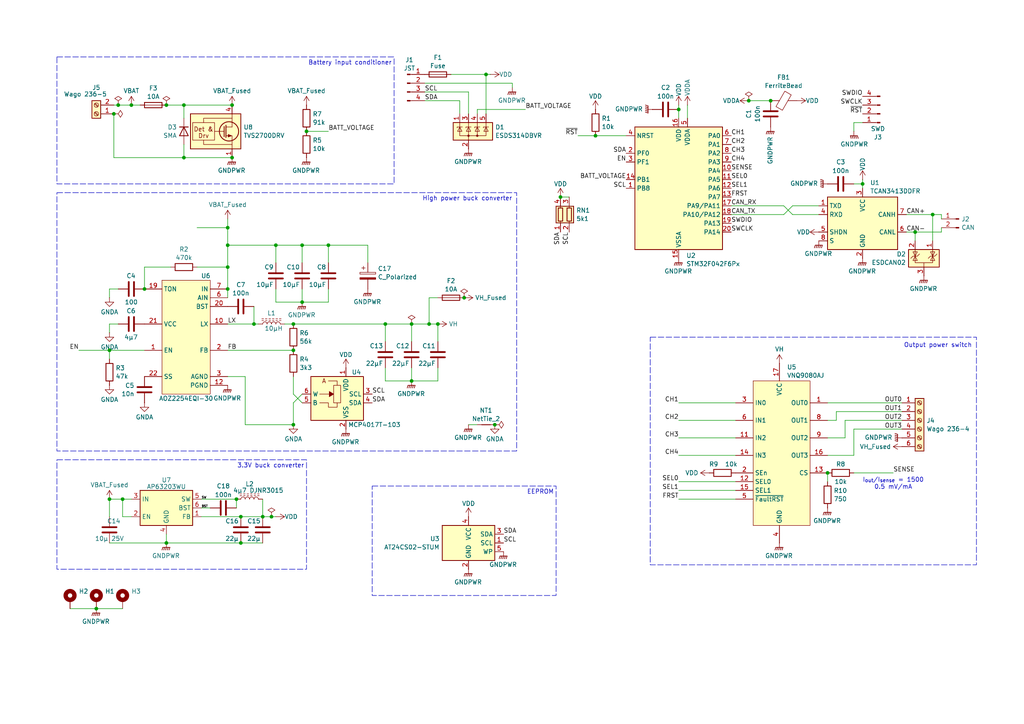
<source format=kicad_sch>
(kicad_sch (version 20250114) (generator "eeschema") (generator_version "9.0")
  (paper "A4")
  (title_block (title "Universal power board") (date "2024-06-12") (rev "1"))
  (polyline (pts (xy 273.5407 173.5599) (xy 273.5407 171.4653) (xy 274.1394 171.4653) (xy 274.1394 174.4721) (xy 273.5308 174.4721) (xy 271.7451 172.3774) (xy 271.7451 174.4721) (xy 271.1464 174.4721) (xy 271.1464 171.4653) (xy 271.757 171.4653) (xy 273.5407 173.5599)) (stroke (width -0.0001) (type solid)) (fill (type color)))
  (polyline (pts (xy 267.1768 179.6734) (xy 266.655 179.6734) (xy 266.6383 179.6737) (xy 266.6228 179.6746) (xy 266.6083 179.6763) (xy 266.5949 179.6785) (xy 266.5826 179.6814) (xy 266.5713 179.685) (xy 266.5611 179.6892) (xy 266.552 179.694) (xy 266.5479 179.6967) (xy 266.544 179.6995) (xy 266.5404 179.7024) (xy 266.537 179.7056) (xy 266.534 179.7089) (xy 266.5311 179.7123) (xy 266.5286 179.716) (xy 266.5263 179.7197) (xy 266.5243 179.7237) (xy 266.5226 179.7278) (xy 266.5211 179.732) (xy 266.5199 179.7365) (xy 266.519 179.741) (xy 266.5183 179.7458) (xy 266.5179 179.7507) (xy 266.5178 179.7557) (xy 266.5179 179.7608) (xy 266.5183 179.7657) (xy 266.519 179.7705) (xy 266.5199 179.7751) (xy 266.5211 179.7795) (xy 266.5226 179.7838) (xy 266.5243 179.7879) (xy 266.5263 179.7918) (xy 266.5286 179.7956) (xy 266.5311 179.7992) (xy 266.534 179.8027) (xy 266.537 179.806) (xy 266.5404 179.8091) (xy 266.544 179.8121) (xy 266.5479 179.8149) (xy 266.552 179.8176) (xy 266.5565 179.8201) (xy 266.5611 179.8224) (xy 266.5661 179.8246) (xy 266.5713 179.8266) (xy 266.5768 179.8285) (xy 266.5826 179.8302) (xy 266.5886 179.8317) (xy 266.5949 179.8331) (xy 266.6015 179.8343) (xy 266.6083 179.8353) (xy 266.6154 179.8362) (xy 266.6228 179.837) (xy 266.6304 179.8375) (xy 266.6383 179.8379) (xy 266.6465 179.8382) (xy 266.655 179.8382) (xy 266.9022 179.8382) (xy 266.9354 179.8392) (xy 266.9665 179.8421) (xy 266.9813 179.8443) (xy 266.9955 179.8469) (xy 267.0092 179.8501) (xy 267.0223 179.8537) (xy 267.0349 179.8578) (xy 267.047 179.8624) (xy 267.0585 179.8674) (xy 267.0695 179.873) (xy 267.08 179.879) (xy 267.0899 179.8855) (xy 267.0993 179.8925) (xy 267.1082 179.9) (xy 267.1165 179.908) (xy 267.1242 179.9164) (xy 267.1315 179.9254) (xy 267.1382 179.9348) (xy 267.1444 179.9447) (xy 267.15 179.9551) (xy 267.1551 179.9659) (xy 267.1597 179.9773) (xy 267.1637 179.9891) (xy 267.1672 180.0014) (xy 267.1701 180.0142) (xy 267.1725 180.0275) (xy 267.1744 180.0412) (xy 267.1758 180.0554) (xy 267.1766 180.0702) (xy 267.1768 180.0854) (xy 267.1766 180.1006) (xy 267.1758 180.1153) (xy 267.1744 180.1295) (xy 267.1725 180.1433) (xy 267.1701 180.1566) (xy 267.1672 180.1694) (xy 267.1637 180.1817) (xy 267.1597 180.1935) (xy 267.1551 180.2048) (xy 267.15 180.2157) (xy 267.1444 180.2261) (xy 267.1382 180.236) (xy 267.1315 180.2454) (xy 267.1243 180.2543) (xy 267.1165 180.2628) (xy 267.1082 180.2707) (xy 267.0993 180.2782) (xy 267.0899 180.2852) (xy 267.08 180.2917) (xy 267.0696 180.2978) (xy 267.0586 180.3033) (xy 267.047 180.3084) (xy 267.035 180.313) (xy 267.0223 180.3171) (xy 267.0092 180.3207) (xy 266.9955 180.3238) (xy 266.9813 180.3265) (xy 266.9666 180.3287) (xy 266.9513 180.3304) (xy 266.9355 180.3316) (xy 266.9191 180.3323) (xy 266.9022 180.3325) (xy 266.353 180.3325) (xy 266.353 180.1678) (xy 266.8746 180.1678) (xy 266.8913 180.1674) (xy 266.9068 180.1665) (xy 266.9213 180.1649) (xy 266.9347 180.1626) (xy 266.9471 180.1597) (xy 266.9583 180.1562) (xy 266.9685 180.152) (xy 266.9776 180.1472) (xy 266.9818 180.1445) (xy 266.9857 180.1417) (xy 266.9893 180.1387) (xy 266.9927 180.1356) (xy 266.9958 180.1323) (xy 266.9986 180.1288) (xy 267.0011 180.1252) (xy 267.0034 180.1214) (xy 267.0054 180.1175) (xy 267.0072 180.1134) (xy 267.0086 180.1091) (xy 267.0099 180.1047) (xy 267.0108 180.1001) (xy 267.0115 180.0953) (xy 267.0119 180.0904) (xy 267.012 180.0854) (xy 267.0119 180.0803) (xy 267.0115 180.0754) (xy 267.0108 180.0707) (xy 267.0099 180.0661) (xy 267.0086 180.0616) (xy 267.0072 180.0574) (xy 267.0054 180.0533) (xy 267.0034 180.0493) (xy 267.0011 180.0456) (xy 266.9986 180.0419) (xy 266.9958 180.0385) (xy 266.9927 180.0352) (xy 266.9893 180.032) (xy 266.9857 180.0291) (xy 266.9818 180.0262) (xy 266.9776 180.0236) (xy 266.9732 180.0211) (xy 266.9685 180.0188) (xy 266.9636 180.0166) (xy 266.9583 180.0146) (xy 266.9528 180.0127) (xy 266.9471 180.011) (xy 266.941 180.0095) (xy 266.9347 180.0081) (xy 266.9281 180.0069) (xy 266.9213 180.0059) (xy 266.9142 180.005) (xy 266.9068 180.0043) (xy 266.8992 180.0037) (xy 266.8913 180.0033) (xy 266.8831 180.0031) (xy 266.8746 180.003) (xy 266.6276 180.003) (xy 266.5944 180.002) (xy 266.5632 179.9991) (xy 266.5485 179.9969) (xy 266.5343 179.9943) (xy 266.5206 179.9911) (xy 266.5075 179.9875) (xy 266.4949 179.9834) (xy 266.4828 179.9788) (xy 266.4713 179.9738) (xy 266.4603 179.9682) (xy 266.4498 179.9622) (xy 266.4399 179.9556) (xy 266.4305 179.9486) (xy 266.4217 179.9412) (xy 266.4133 179.9332) (xy 266.4056 179.9247) (xy 266.3983 179.9158) (xy 266.3916 179.9064) (xy 266.3855 179.8965) (xy 266.3798 179.8861) (xy 266.3747 179.8752) (xy 266.3702 179.8639) (xy 266.3662 179.8521) (xy 266.3627 179.8398) (xy 266.3597 179.827) (xy 266.3573 179.8137) (xy 266.3554 179.7999) (xy 266.3541 179.7857) (xy 266.3533 179.771) (xy 266.353 179.7557) (xy 266.3533 179.7405) (xy 266.3541 179.7258) (xy 266.3554 179.7116) (xy 266.3573 179.6978) (xy 266.3597 179.6846) (xy 266.3627 179.6718) (xy 266.3662 179.6595) (xy 266.3702 179.6477) (xy 266.3747 179.6363) (xy 266.3798 179.6254) (xy 266.3855 179.6151) (xy 266.3916 179.6052) (xy 266.3983 179.5958) (xy 266.4056 179.5868) (xy 266.4133 179.5784) (xy 266.4217 179.5704) (xy 266.4305 179.5629) (xy 266.4399 179.5559) (xy 266.4498 179.5494) (xy 266.4603 179.5434) (xy 266.4713 179.5378) (xy 266.4828 179.5327) (xy 266.4949 179.5281) (xy 266.5075 179.524) (xy 266.5206 179.5204) (xy 266.5343 179.5173) (xy 266.5485 179.5146) (xy 266.5632 179.5124) (xy 266.5785 179.5107) (xy 266.5944 179.5095) (xy 266.6107 179.5088) (xy 266.6276 179.5086) (xy 267.1768 179.5086) (xy 267.1768 179.6734)) (stroke (width -0.0001) (type solid)) (fill (type color)))
  (polyline (pts (xy 265.9812 174.4721) (xy 265.3826 174.4721) (xy 265.3826 172.7682) (xy 264.5226 174.47) (xy 264.5226 174.4721) (xy 263.8483 174.4721) (xy 262.9884 172.7702) (xy 262.9884 174.4721) (xy 262.3898 174.4721) (xy 262.3898 171.4653) (xy 263.0023 171.4653) (xy 264.1855 173.8045) (xy 265.3686 171.4653) (xy 265.9812 171.4653) (xy 265.9812 174.4721)) (stroke (width -0.0001) (type solid)) (fill (type color)))
  (polyline (pts (xy 267.937 175.201) (xy 267.9964 175.2036) (xy 268.0539 175.208) (xy 268.1094 175.2142) (xy 268.163 175.2221) (xy 268.2147 175.2318) (xy 268.2643 175.2433) (xy 268.3121 175.2565) (xy 268.3579 175.2715) (xy 268.4017 175.2882) (xy 268.4436 175.3067) (xy 268.4836 175.327) (xy 268.5216 175.349) (xy 268.5576 175.3728) (xy 268.5917 175.3983) (xy 268.6239 175.4256) (xy 268.6541 175.4547) (xy 268.6823 175.4855) (xy 268.7086 175.5181) (xy 268.733 175.5525) (xy 268.7554 175.5886) (xy 268.7759 175.6265) (xy 268.7944 175.6661) (xy 268.811 175.7075) (xy 268.8256 175.7507) (xy 268.8383 175.7956) (xy 268.849 175.8423) (xy 268.8577 175.8907) (xy 268.8646 175.9409) (xy 268.8694 175.9929) (xy 268.8724 176.0466) (xy 268.8733 176.1021) (xy 268.8724 176.1576) (xy 268.8694 176.2113) (xy 268.8646 176.2633) (xy 268.8577 176.3135) (xy 268.849 176.3619) (xy 268.8382 176.4086) (xy 268.8256 176.4536) (xy 268.811 176.4967) (xy 268.7944 176.5381) (xy 268.7759 176.5778) (xy 268.7554 176.6157) (xy 268.733 176.6518) (xy 268.7086 176.6861) (xy 268.6823 176.7187) (xy 268.6541 176.7496) (xy 268.6238 176.7786) (xy 268.5917 176.8059) (xy 268.5576 176.8315) (xy 268.5215 176.8553) (xy 268.4835 176.8773) (xy 268.4436 176.8975) (xy 268.4017 176.916) (xy 268.3579 176.9328) (xy 268.3121 176.9478) (xy 268.2643 176.961) (xy 268.2146 176.9724) (xy 268.163 176.9821) (xy 268.1094 176.99) (xy 267.9964 177.0006) (xy 267.8756 177.0041) (xy 267.69 177.0041) (xy 269.0947 178.2069) (xy 268.1748 178.2069) (xy 266.7702 177.0042) (xy 265.8804 177.0042) (xy 265.8804 176.4029) (xy 267.7758 176.4029) (xy 267.8065 176.4026) (xy 267.8362 176.4017) (xy 267.8649 176.4002) (xy 267.8927 176.3982) (xy 267.9195 176.3955) (xy 267.9453 176.3923) (xy 267.9701 176.3885) (xy 267.994 176.3841) (xy 268.0169 176.3791) (xy 268.0388 176.3735) (xy 268.0598 176.3673) (xy 268.0797 176.3606) (xy 268.0987 176.3532) (xy 268.1167 176.3453) (xy 268.1338 176.3368) (xy 268.1499 176.3277) (xy 268.165 176.318) (xy 268.1791 176.3077) (xy 268.1923 176.2968) (xy 268.2044 176.2854) (xy 268.2156 176.2733) (xy 268.2259 176.2607) (xy 268.2351 176.2475) (xy 268.2434 176.2337) (xy 268.2507 176.2193) (xy 268.257 176.2043) (xy 268.2624 176.1888) (xy 268.2668 176.1726) (xy 268.2702 176.1559) (xy 268.2726 176.1385) (xy 268.2741 176.1206) (xy 268.2746 176.1021) (xy 268.2741 176.0836) (xy 268.2726 176.0657) (xy 268.2702 176.0484) (xy 268.2668 176.0317) (xy 268.2624 176.0155) (xy 268.257 176) (xy 268.2507 175.985) (xy 268.2434 175.9706) (xy 268.2351 175.9568) (xy 268.2259 175.9436) (xy 268.2156 175.931) (xy 268.2044 175.9189) (xy 268.1923 175.9075) (xy 268.1791 175.8966) (xy 268.165 175.8864) (xy 268.1499 175.8767) (xy 268.1167 175.8591) (xy 268.0797 175.8438) (xy 268.0388 175.8309) (xy 267.994 175.8203) (xy 267.9453 175.8121) (xy 267.8927 175.8062) (xy 267.8362 175.8027) (xy 267.7758 175.8015) (xy 265.8804 175.8015) (xy 265.8804 175.2001) (xy 267.8756 175.2001) (xy 267.937 175.201)) (stroke (width -0.0001) (type solid)) (fill (type color)))
  (rectangle (start 16.51 133.35) (end 88.9 165.1) (stroke (width 0) (type dash)))
  (polyline (pts (xy 259.238 175.5681) (xy 259.2638 175.5856) (xy 259.2723 175.6213) (xy 259.2698 175.6604) (xy 259.2718 175.6992) (xy 259.2773 175.7374) (xy 259.2862 175.7745) (xy 259.3089 175.8146) (xy 259.3382 175.8461) (xy 259.3736 175.8701) (xy 259.4126 175.8832) (xy 259.4532 175.887) (xy 259.4952 175.8803) (xy 259.5358 175.8628) (xy 259.5728 175.8356) (xy 259.5973 175.8052) (xy 259.6179 175.7731) (xy 259.636 175.7383) (xy 259.6509 175.7021) (xy 259.6737 175.6729) (xy 259.7049 175.6674) (xy 259.8156 175.7083) (xy 259.9227 175.7608) (xy 259.9397 175.7864) (xy 259.9334 175.8229) (xy 259.9161 175.8583) (xy 259.9027 175.8939) (xy 259.8927 175.9313) (xy 259.8877 175.9696) (xy 259.892 176.0156) (xy 259.9065 176.0552) (xy 259.9296 176.0905) (xy 259.9611 176.117) (xy 259.9975 176.1367) (xy 260.0392 176.1456) (xy 260.0822 176.145) (xy 260.1279 176.1331) (xy 260.1618 176.1145) (xy 260.1946 176.0927) (xy 260.2242 176.0681) (xy 260.2518 176.0396) (xy 260.2848 176.0211) (xy 260.3149 176.0276) (xy 260.4016 176.107) (xy 260.4803 176.1952) (xy 260.4858 176.2257) (xy 260.4659 176.2569) (xy 260.4359 176.2828) (xy 260.4096 176.3121) (xy 260.3861 176.342) (xy 260.366 176.3755) (xy 260.3526 176.4188) (xy 260.3501 176.4622) (xy 260.3584 176.5031) (xy 260.3766 176.5393) (xy 260.4025 176.5706) (xy 260.437 176.5941) (xy 260.4779 176.6105) (xy 260.5242 176.6173) (xy 260.5627 176.6125) (xy 260.6014 176.6044) (xy 260.6391 176.5926) (xy 260.6756 176.5767) (xy 260.7127 176.5721) (xy 260.7385 176.5896) (xy 260.7876 176.6958) (xy 260.8262 176.8068) (xy 260.8191 176.8364) (xy 260.7879 176.8578) (xy 260.7502 176.8707) (xy 260.7146 176.8874) (xy 260.6807 176.9071) (xy 260.6495 176.9297) (xy 260.62 176.9654) (xy 260.6012 177.0041) (xy 260.5934 177.0447) (xy 260.5952 177.0855) (xy 260.608 177.1244) (xy 260.6299 177.1597) (xy 260.6611 177.1895) (xy 260.7016 177.2127) (xy 260.7388 177.2231) (xy 260.7777 177.2301) (xy 260.8169 177.2334) (xy 260.8566 177.2324) (xy 260.8939 177.2416) (xy 260.9109 177.2671) (xy 260.9142 177.3843) (xy 260.9059 177.5007) (xy 260.8881 177.526) (xy 260.8518 177.5345) (xy 260.8119 177.532) (xy 260.7723 177.534) (xy 260.7332 177.5397) (xy 260.6955 177.5481) (xy 260.6544 177.5707) (xy 260.6215 177.5999) (xy 260.5976 177.6338) (xy 260.5847 177.6722) (xy 260.5806 177.7123) (xy 260.5876 177.7532) (xy 260.6052 177.7933) (xy 260.633 177.8293) (xy 260.6638 177.8536) (xy 260.6965 177.8738) (xy 260.7317 177.8921) (xy 260.7689 177.9056) (xy 260.7987 177.9285) (xy 260.8044 177.9592) (xy 260.7623 178.0683) (xy 260.709 178.1729) (xy 260.6831 178.1893) (xy 260.6459 178.183) (xy 260.6097 178.1661) (xy 260.5731 178.1531) (xy 260.5347 178.144) (xy 260.4963 178.1382) (xy 260.4492 178.1427) (xy 260.4089 178.157) (xy 260.3729 178.1797) (xy 260.3457 178.2106) (xy 260.3258 178.2464) (xy 260.3168 178.2871) (xy 260.3172 178.3294) (xy 260.3295 178.3739) (xy 260.3477 178.4081) (xy 260.3704 178.4392) (xy 260.3957 178.4683) (xy 260.4244 178.4956) (xy 260.4435 178.5277) (xy 260.4367 178.5576) (xy 260.3551 178.6433) (xy 260.2654 178.7204) (xy 260.2346 178.7254) (xy 260.2026 178.7056) (xy 260.1761 178.677) (xy 260.1467 178.6506) (xy 260.1161 178.6277) (xy 260.0821 178.6076) (xy 260.0381 178.5945) (xy 259.9937 178.5923) (xy 259.9519 178.6004) (xy 259.9152 178.6181) (xy 259.8824 178.6442) (xy 259.8583 178.6782) (xy 259.8426 178.7176) (xy 259.8353 178.7633) (xy 259.8403 178.801) (xy 259.8487 178.8388) (xy 259.8606 178.8759) (xy 259.877 178.9116) (xy 259.8816 178.9479) (xy 259.8637 178.9732) (xy 259.7552 179.0217) (xy 259.6423 179.0594) (xy 259.6119 179.0527) (xy 259.5901 179.0217) (xy 259.5765 178.9857) (xy 259.5597 178.9508) (xy 259.5398 178.917) (xy 259.517 178.8861) (xy 259.4807 178.8571) (xy 259.4411 178.8391) (xy 259.3999 178.831) (xy 259.3583 178.8329) (xy 259.3185 178.8455) (xy 259.2824 178.8672) (xy 259.2521 178.8976) (xy 259.2285 178.9372) (xy 259.2176 178.974) (xy 259.2105 179.0122) (xy 259.2073 179.0504) (xy 259.2082 179.0897) (xy 259.1985 179.126) (xy 259.1728 179.1426) (xy 259.0534 179.1459) (xy 258.9345 179.1382) (xy 258.9088 179.1206) (xy 258.9004 179.0848) (xy 258.9029 179.0457) (xy 258.9009 179.0068) (xy 258.8949 178.9687) (xy 258.8861 178.9316) (xy 258.8634 178.8915) (xy 258.8337 178.8593) (xy 258.7991 178.8358) (xy 258.76 178.8232) (xy 258.7192 178.8188) (xy 258.6771 178.8255) (xy 258.6366 178.843) (xy 258.5999 178.8703) (xy 258.5751 178.9006) (xy 258.5543 178.9329) (xy 258.5355 178.9673) (xy 258.5215 179.0037) (xy 258.4984 179.0332) (xy 258.4672 179.0387) (xy 258.3559 178.9969) (xy 258.249 178.9458) (xy 258.2488 178.9461) (xy 258.2327 178.9198) (xy 258.2386 178.8835) (xy 258.2557 178.8488) (xy 258.2694 178.8122) (xy 258.2787 178.7747) (xy 258.2848 178.7367) (xy 258.2799 178.6908) (xy 258.2657 178.6509) (xy 258.2423 178.6159) (xy 258.2111 178.589) (xy 258.1745 178.5697) (xy 258.1328 178.5605) (xy 258.0898 178.5613) (xy 258.0446 178.5731) (xy 258.0095 178.5914) (xy 257.9774 178.6133) (xy 257.9476 178.6389) (xy 257.9202 178.6666) (xy 257.8877 178.6849) (xy 257.8568 178.6791) (xy 257.7697 178.5981) (xy 257.6917 178.511) (xy 257.6861 178.4804) (xy 257.7062 178.449) (xy 257.7354 178.4229) (xy 257.7623 178.394) (xy 257.786 178.3638) (xy 257.8065 178.3304) (xy 257.8195 178.2869) (xy 257.822 178.2437) (xy 257.8137 178.2027) (xy 257.7956 178.167) (xy 257.7699 178.1354) (xy 257.7345 178.1113) (xy 257.6941 178.0957) (xy 257.6477 178.0888) (xy 257.6092 178.0935) (xy 257.571 178.1016) (xy 257.5332 178.1133) (xy 257.4967 178.1294) (xy 257.4595 178.1341) (xy 257.4338 178.1166) (xy 257.3844 178.0099) (xy 257.3462 177.8991) (xy 257.3528 177.8695) (xy 257.3844 177.8481) (xy 257.4214 177.8346) (xy 257.4567 177.8183) (xy 257.4912 177.7988) (xy 257.5226 177.7759) (xy 257.5522 177.7403) (xy 257.5707 177.702) (xy 257.5788 177.661) (xy 257.5772 177.6205) (xy 257.5656 177.5851) (xy 257.7769 177.5851) (xy 258.479 178.0631) (xy 258.8041 177.6038) (xy 258.7105 177.5401) (xy 258.7755 177.4483) (xy 258.8691 177.512) (xy 259.0095 177.6077) (xy 259.1032 177.6714) (xy 259.0381 177.7632) (xy 258.9445 177.6994) (xy 258.6194 178.1588) (xy 259.3215 178.6368) (xy 259.6466 178.1777) (xy 259.5529 178.114) (xy 259.9757 177.5168) (xy 260.0693 177.5806) (xy 260.3944 177.1212) (xy 259.6924 176.6432) (xy 259.3672 177.1025) (xy 259.4608 177.1661) (xy 259.3957 177.258) (xy 259.0681 177.0349) (xy 259.1332 176.9431) (xy 259.2267 177.0069) (xy 259.5519 176.5476) (xy 258.8498 176.0695) (xy 258.8416 176.0241) (xy 258.8498 176.0695) (xy 258.5246 176.5288) (xy 258.6182 176.5926) (xy 258.1956 177.1896) (xy 258.1019 177.1259) (xy 257.7769 177.5851) (xy 257.5656 177.5851) (xy 257.5645 177.5815) (xy 257.5421 177.5464) (xy 257.511 177.5162) (xy 257.4707 177.493) (xy 257.4332 177.4829) (xy 257.3939 177.4765) (xy 257.3549 177.4734) (xy 257.3155 177.4733) (xy 257.2782 177.4641) (xy 257.2613 177.4384) (xy 257.2578 177.3216) (xy 257.2663 177.205) (xy 257.2842 177.1796) (xy 257.3207 177.1714) (xy 257.3603 177.1737) (xy 257.4002 177.1718) (xy 257.4388 177.1663) (xy 257.4766 177.1575) (xy 257.5178 177.1351) (xy 257.5499 177.1067) (xy 257.5739 177.0729) (xy 257.5874 177.0336) (xy 257.5917 176.9938) (xy 257.5848 176.9526) (xy 257.5673 176.9125) (xy 257.5391 176.8763) (xy 257.5083 176.8525) (xy 257.4754 176.8322) (xy 257.4399 176.8144) (xy 257.4032 176.8) (xy 257.3732 176.7774) (xy 257.3672 176.7474) (xy 257.4098 176.6382) (xy 257.4623 176.5328) (xy 257.4891 176.5165) (xy 257.5263 176.5226) (xy 257.5618 176.5392) (xy 257.5991 176.5527) (xy 257.6367 176.5626) (xy 257.6758 176.5675) (xy 257.7225 176.5632) (xy 257.7635 176.5489) (xy 257.799 176.5263) (xy 257.8264 176.4956) (xy 257.8461 176.4597) (xy 257.8555 176.4189) (xy 257.8547 176.3767) (xy 257.8426 176.3319) (xy 257.8237 176.2985) (xy 257.8017 176.2666) (xy 257.7758 176.237) (xy 257.7476 176.2101) (xy 257.7286 176.1781) (xy 257.7346 176.1482) (xy 257.8168 176.0633) (xy 257.9061 175.9862) (xy 257.9373 175.9807) (xy 257.9695 176) (xy 257.9954 176.0296) (xy 258.0252 176.0554) (xy 258.0561 176.0786) (xy 258.09 176.0983) (xy 258.1343 176.1115) (xy 258.1787 176.1137) (xy 258.2203 176.1058) (xy 258.2569 176.0877) (xy 258.2892 176.0624) (xy 258.3131 176.0286) (xy 258.3295 175.9882) (xy 258.3368 175.9425) (xy 258.3317 175.9051) (xy 258.3238 175.8673) (xy 258.3115 175.8301) (xy 258.2955 175.7945) (xy 258.2906 175.7579) (xy 258.3085 175.7326) (xy 258.4168 175.6843) (xy 258.5299 175.6464) (xy 258.5603 175.6531) (xy 258.5822 175.6841) (xy 258.5954 175.7212) (xy 258.6119 175.7558) (xy 258.6322 175.7892) (xy 258.6552 175.8197) (xy 258.6915 175.8486) (xy 258.731 175.8671) (xy 258.7727 175.8749) (xy 258.8143 175.8731) (xy 258.8143 175.8732) (xy 258.8537 175.8603) (xy 258.8896 175.839) (xy 258.9201 175.8082) (xy 258.9438 175.7685) (xy 258.9545 175.732) (xy 258.961 175.6935) (xy 258.9644 175.655) (xy 258.9645 175.6164) (xy 258.9737 175.58) (xy 258.9999 175.5633) (xy 259.1189 175.5598) (xy 259.238 175.5681)) (stroke (width -0.0001) (type solid)) (fill (type color)))
  (polyline (pts (xy 276.0492 180.0826) (xy 276.0492 179.5086) (xy 276.2139 179.5086) (xy 276.2139 180.3325) (xy 276.0463 180.3325) (xy 275.5549 179.7586) (xy 275.5549 180.3325) (xy 275.3901 180.3325) (xy 275.3901 179.5086) (xy 275.5582 179.5086) (xy 276.0492 180.0826)) (stroke (width -0.0001) (type solid)) (fill (type color)))
  (polyline (pts (xy 275.2223 179.6734) (xy 274.5633 179.6734) (xy 274.5633 179.8381) (xy 275.2223 179.8381) (xy 275.2223 180.0029) (xy 274.5633 180.0029) (xy 274.5633 180.1677) (xy 274.5633 180.1676) (xy 275.2224 180.1676) (xy 275.2224 180.3324) (xy 274.3985 180.3324) (xy 274.3985 179.5086) (xy 275.2223 179.5086) (xy 275.2223 179.6734)) (stroke (width -0.0001) (type solid)) (fill (type color)))
  (polyline (pts (xy 271.9964 179.5089) (xy 272.0127 179.5098) (xy 272.0286 179.5111) (xy 272.0438 179.513) (xy 272.0586 179.5154) (xy 272.0728 179.5183) (xy 272.0865 179.5218) (xy 272.0996 179.5258) (xy 272.1122 179.5304) (xy 272.1243 179.5355) (xy 272.1358 179.5411) (xy 272.1468 179.5473) (xy 272.1573 179.554) (xy 272.1672 179.5612) (xy 272.1766 179.569) (xy 272.1854 179.5773) (xy 272.1937 179.5862) (xy 272.2015 179.5956) (xy 272.2088 179.6055) (xy 272.2155 179.616) (xy 272.2216 179.627) (xy 272.2273 179.6385) (xy 272.2324 179.6506) (xy 272.2369 179.6632) (xy 272.2409 179.6763) (xy 272.2444 179.69) (xy 272.2474 179.7042) (xy 272.2498 179.7189) (xy 272.2517 179.7342) (xy 272.253 179.7501) (xy 272.2538 179.7664) (xy 272.2541 179.7833) (xy 272.2541 179.8825) (xy 272.2541 180.0578) (xy 272.2538 180.0747) (xy 272.253 180.091) (xy 272.2517 180.1068) (xy 272.2498 180.1221) (xy 272.2474 180.1368) (xy 272.2444 180.151) (xy 272.2409 180.1647) (xy 272.2369 180.1778) (xy 272.2324 180.1904) (xy 272.2273 180.2024) (xy 272.2216 180.214) (xy 272.2155 180.2249) (xy 272.2088 180.2354) (xy 272.2015 180.2453) (xy 272.1937 180.2547) (xy 272.1854 180.2635) (xy 272.1766 180.2719) (xy 272.1672 180.2796) (xy 272.1573 180.2869) (xy 272.1468 180.2936) (xy 272.1358 180.2998) (xy 272.1243 180.3054) (xy 272.1122 180.3105) (xy 272.0996 180.3151) (xy 272.0865 180.3191) (xy 272.0728 180.3226) (xy 272.0586 180.3256) (xy 272.0438 180.328) (xy 272.0286 180.3299) (xy 272.0127 180.3313) (xy 271.9964 180.3321) (xy 271.9795 180.3324) (xy 271.7048 180.333) (xy 271.7048 180.3324) (xy 271.6879 180.3322) (xy 271.6716 180.3314) (xy 271.6557 180.33) (xy 271.6405 180.3281) (xy 271.6257 180.3257) (xy 271.6115 180.3228) (xy 271.5978 180.3193) (xy 271.5847 180.3153) (xy 271.5721 180.3107) (xy 271.56 180.3056) (xy 271.5485 180.3) (xy 271.5375 180.2938) (xy 271.527 180.2871) (xy 271.5171 180.2799) (xy 271.5077 180.2721) (xy 271.4989 180.2638) (xy 271.4906 180.255) (xy 271.4828 180.2456) (xy 271.4756 180.2356) (xy 271.4689 180.2252) (xy 271.4627 180.2142) (xy 271.4571 180.2027) (xy 271.452 180.1906) (xy 271.4474 180.178) (xy 271.4434 180.1649) (xy 271.4399 180.1512) (xy 271.437 180.137) (xy 271.4346 180.1222) (xy 271.4327 180.1069) (xy 271.4313 180.0911) (xy 271.4305 180.0747) (xy 271.4303 180.0578) (xy 271.4303 179.8107) (xy 271.595 179.8107) (xy 271.595 180.0304) (xy 271.5951 180.0388) (xy 271.5955 180.047) (xy 271.5962 180.0549) (xy 271.5971 180.0626) (xy 271.5983 180.0699) (xy 271.5998 180.077) (xy 271.6016 180.0839) (xy 271.6036 180.0904) (xy 271.6058 180.0967) (xy 271.6084 180.1028) (xy 271.6112 180.1085) (xy 271.6143 180.114) (xy 271.6176 180.1193) (xy 271.6212 180.1242) (xy 271.6251 180.1289) (xy 271.6293 180.1333) (xy 271.6337 180.1375) (xy 271.6384 180.1414) (xy 271.6434 180.145) (xy 271.6486 180.1483) (xy 271.6541 180.1514) (xy 271.6598 180.1542) (xy 271.6659 180.1568) (xy 271.6722 180.1591) (xy 271.6787 180.1611) (xy 271.6856 180.1628) (xy 271.6927 180.1643) (xy 271.7001 180.1655) (xy 271.7077 180.1664) (xy 271.7156 180.1671) (xy 271.7238 180.1675) (xy 271.7323 180.1677) (xy 271.9519 180.1677) (xy 271.9603 180.1675) (xy 271.9685 180.1671) (xy 271.9764 180.1664) (xy 271.9841 180.1655) (xy 271.9914 180.1643) (xy 271.9986 180.1628) (xy 272.0054 180.1611) (xy 272.012 180.1591) (xy 272.0183 180.1568) (xy 272.0243 180.1543) (xy 272.0301 180.1514) (xy 272.0356 180.1484) (xy 272.0408 180.145) (xy 272.0458 180.1414) (xy 272.0505 180.1375) (xy 272.0549 180.1333) (xy 272.0591 180.1289) (xy 272.063 180.1242) (xy 272.0666 180.1193) (xy 272.07 180.114) (xy 272.0731 180.1086) (xy 272.0759 180.1028) (xy 272.0785 180.0968) (xy 272.0807 180.0905) (xy 272.0828 180.0839) (xy 272.0845 180.077) (xy 272.086 180.0699) (xy 272.0872 180.0626) (xy 272.0881 180.0549) (xy 272.0888 180.047) (xy 272.0892 180.0388) (xy 272.0893 180.0304) (xy 272.0893 179.8919) (xy 272.0894 179.8919) (xy 272.0894 179.8107) (xy 272.0892 179.8022) (xy 272.0888 179.7941) (xy 272.0881 179.7861) (xy 272.0872 179.7785) (xy 272.086 179.7711) (xy 272.0845 179.764) (xy 272.0828 179.7572) (xy 272.0808 179.7506) (xy 272.0785 179.7443) (xy 272.0759 179.7383) (xy 272.0731 179.7325) (xy 272.07 179.727) (xy 272.0667 179.7218) (xy 272.0631 179.7168) (xy 272.0592 179.7121) (xy 272.055 179.7077) (xy 272.0506 179.7035) (xy 272.0459 179.6997) (xy 272.0409 179.696) (xy 272.0357 179.6927) (xy 272.0302 179.6896) (xy 272.0244 179.6868) (xy 272.0184 179.6842) (xy 272.012 179.6819) (xy 272.0055 179.6799) (xy 271.9986 179.6782) (xy 271.9915 179.6767) (xy 271.9841 179.6755) (xy 271.9765 179.6746) (xy 271.9685 179.6739) (xy 271.9603 179.6735) (xy 271.9519 179.6734) (xy 271.7048 179.6734) (xy 271.698 179.6735) (xy 271.6915 179.6739) (xy 271.6851 179.6746) (xy 271.679 179.6755) (xy 271.6731 179.6767) (xy 271.6674 179.6782) (xy 271.662 179.6799) (xy 271.6567 179.6819) (xy 271.6517 179.6842) (xy 271.6469 179.6868) (xy 271.6423 179.6896) (xy 271.6379 179.6927) (xy 271.6337 179.696) (xy 271.6297 179.6996) (xy 271.626 179.7035) (xy 271.6224 179.7077) (xy 271.6191 179.7121) (xy 271.616 179.7168) (xy 271.6131 179.7218) (xy 271.6104 179.727) (xy 271.608 179.7325) (xy 271.6057 179.7383) (xy 271.6037 179.7443) (xy 271.6019 179.7506) (xy 271.6003 179.7572) (xy 271.5989 179.764) (xy 271.5977 179.7711) (xy 271.5967 179.7785) (xy 271.596 179.7861) (xy 271.5954 179.794) (xy 271.5951 179.8022) (xy 271.595 179.8107) (xy 271.4303 179.8107) (xy 271.4303 179.7833) (xy 271.4305 179.7664) (xy 271.4313 179.7501) (xy 271.4327 179.7342) (xy 271.4346 179.7189) (xy 271.437 179.7042) (xy 271.4399 179.69) (xy 271.4434 179.6763) (xy 271.4474 179.6632) (xy 271.452 179.6506) (xy 271.4571 179.6385) (xy 271.4627 179.627) (xy 271.4689 179.616) (xy 271.4756 179.6055) (xy 271.4828 179.5956) (xy 271.4906 179.5862) (xy 271.4989 179.5773) (xy 271.5077 179.569) (xy 271.5171 179.5612) (xy 271.527 179.554) (xy 271.5375 179.5473) (xy 271.5485 179.5411) (xy 271.56 179.5355) (xy 271.5721 179.5304) (xy 271.5847 179.5258) (xy 271.5978 179.5218) (xy 271.6115 179.5183) (xy 271.6257 179.5154) (xy 271.6405 179.513) (xy 271.6557 179.5111) (xy 271.6716 179.5098) (xy 271.6879 179.5089) (xy 271.7048 179.5087) (xy 271.9795 179.5087) (xy 271.9964 179.5089)) (stroke (width -0.0001) (type solid)) (fill (type color)))
  (polyline (pts (xy 276.3852 179.5086) (xy 276.9345 179.5086) (xy 276.9678 179.5095) (xy 276.9989 179.5124) (xy 277.0136 179.5146) (xy 277.0278 179.5173) (xy 277.0415 179.5204) (xy 277.0546 179.524) (xy 277.0672 179.5281) (xy 277.0793 179.5327) (xy 277.0908 179.5378) (xy 277.1018 179.5434) (xy 277.1123 179.5494) (xy 277.1222 179.5559) (xy 277.1316 179.5629) (xy 277.1404 179.5704) (xy 277.1488 179.5784) (xy 277.1565 179.5868) (xy 277.1638 179.5958) (xy 277.1705 179.6052) (xy 277.1766 179.6151) (xy 277.1823 179.6254) (xy 277.1874 179.6363) (xy 277.1919 179.6477) (xy 277.1959 179.6595) (xy 277.1994 179.6718) (xy 277.2024 179.6846) (xy 277.2048 179.6978) (xy 277.2067 179.7116) (xy 277.208 179.7258) (xy 277.2088 179.7405) (xy 277.2091 179.7557) (xy 277.2088 179.7725) (xy 277.2078 179.7883) (xy 277.2062 179.8034) (xy 277.2039 179.8175) (xy 277.201 179.8308) (xy 277.1975 179.8433) (xy 277.1933 179.8549) (xy 277.1884 179.8656) (xy 277.183 179.8755) (xy 277.1768 179.8845) (xy 277.1701 179.8927) (xy 277.1627 179.8999) (xy 277.1546 179.9064) (xy 277.1459 179.912) (xy 277.1366 179.9167) (xy 277.1266 179.9205) (xy 277.1317 179.9224) (xy 277.1366 179.9244) (xy 277.1413 179.9266) (xy 277.1459 179.9291) (xy 277.1503 179.9318) (xy 277.1546 179.9347) (xy 277.1587 179.9378) (xy 277.1626 179.9411) (xy 277.1664 179.9447) (xy 277.17 179.9484) (xy 277.1735 179.9524) (xy 277.1768 179.9566) (xy 277.18 179.961) (xy 277.1829 179.9656) (xy 277.1858 179.9704) (xy 277.1884 179.9755) (xy 277.1909 179.9807) (xy 277.1933 179.9862) (xy 277.1954 179.9919) (xy 277.1975 179.9978) (xy 277.1993 180.0039) (xy 277.201 180.0102) (xy 277.2025 180.0167) (xy 277.2039 180.0235) (xy 277.2051 180.0305) (xy 277.2062 180.0377) (xy 277.2071 180.0451) (xy 277.2078 180.0527) (xy 277.2084 180.0605) (xy 277.2088 180.0685) (xy 277.209 180.0768) (xy 277.2091 180.0853) (xy 277.2088 180.1005) (xy 277.208 180.1152) (xy 277.2067 180.1294) (xy 277.2048 180.1432) (xy 277.2024 180.1565) (xy 277.1994 180.1693) (xy 277.1959 180.1816) (xy 277.1919 180.1934) (xy 277.1874 180.2047) (xy 277.1823 180.2156) (xy 277.1766 180.226) (xy 277.1705 180.2359) (xy 277.1638 180.2453) (xy 277.1565 180.2542) (xy 277.1488 180.2627) (xy 277.1404 180.2706) (xy 277.1316 180.2781) (xy 277.1222 180.2851) (xy 277.1123 180.2916) (xy 277.1018 180.2977) (xy 277.0908 180.3032) (xy 277.0793 180.3083) (xy 277.0672 180.3129) (xy 277.0546 180.317) (xy 277.0415 180.3206) (xy 277.0278 180.3237) (xy 277.0136 180.3264) (xy 276.9989 180.3286) (xy 276.9836 180.3303) (xy 276.9678 180.3315) (xy 276.9514 180.3322) (xy 276.9345 180.3324) (xy 276.3852 180.3324) (xy 276.55 180.1677) (xy 276.907 180.1677) (xy 276.9236 180.1673) (xy 276.9392 180.1664) (xy 276.9536 180.1648) (xy 276.967 180.1625) (xy 276.9794 180.1596) (xy 276.9906 180.1561) (xy 277.0008 180.1519) (xy 277.0099 180.1471) (xy 277.0141 180.1444) (xy 277.018 180.1416) (xy 277.0216 180.1386) (xy 277.0249 180.1355) (xy 277.028 180.1322) (xy 277.0308 180.1287) (xy 277.0334 180.1251) (xy 277.0357 180.1213) (xy 277.0377 180.1174) (xy 277.0394 180.1133) (xy 277.0409 180.109) (xy 277.0421 180.1046) (xy 277.043 180.1) (xy 277.0437 180.0952) (xy 277.0441 180.0903) (xy 277.0443 180.0853) (xy 277.0441 180.0802) (xy 277.0438 180.0753) (xy 277.0433 180.0705) (xy 277.0425 180.066) (xy 277.0416 180.0615) (xy 277.0404 180.0573) (xy 277.039 180.0532) (xy 277.0374 180.0493) (xy 277.0356 180.0455) (xy 277.0336 180.0419) (xy 277.0313 180.0384) (xy 277.0289 180.0351) (xy 277.0262 180.032) (xy 277.0233 180.029) (xy 277.0202 180.0262) (xy 277.0169 180.0235) (xy 277.0133 180.021) (xy 277.0096 180.0187) (xy 277.0056 180.0165) (xy 277.0014 180.0145) (xy 276.997 180.0127) (xy 276.9924 180.011) (xy 276.9876 180.0095) (xy 276.9826 180.0081) (xy 276.9773 180.0069) (xy 276.9718 180.0059) (xy 276.9662 180.005) (xy 276.9603 180.0043) (xy 276.9541 180.0037) (xy 276.9478 180.0033) (xy 276.9413 180.0031) (xy 276.9345 180.003) (xy 276.55 180.003) (xy 276.55 180.1677) (xy 276.3852 180.3324) (xy 276.3852 179.8381) (xy 276.55 179.8381) (xy 276.9345 179.8382) (xy 276.9478 179.8379) (xy 276.9603 179.8369) (xy 276.9718 179.8353) (xy 276.9826 179.833) (xy 276.9924 179.8301) (xy 276.997 179.8284) (xy 277.0014 179.8266) (xy 277.0056 179.8246) (xy 277.0096 179.8224) (xy 277.0133 179.82) (xy 277.0169 179.8175) (xy 277.0202 179.8149) (xy 277.0233 179.8121) (xy 277.0262 179.8091) (xy 277.0289 179.8059) (xy 277.0313 179.8026) (xy 277.0336 179.7992) (xy 277.0356 179.7955) (xy 277.0374 179.7918) (xy 277.039 179.7878) (xy 277.0404 179.7837) (xy 277.0416 179.7794) (xy 277.0425 179.775) (xy 277.0433 179.7704) (xy 277.0438 179.7657) (xy 277.0441 179.7608) (xy 277.0443 179.7557) (xy 277.0441 179.7506) (xy 277.0437 179.7457) (xy 277.0431 179.741) (xy 277.0421 179.7364) (xy 277.0409 179.732) (xy 277.0394 179.7277) (xy 277.0377 179.7236) (xy 277.0357 179.7197) (xy 277.0334 179.7159) (xy 277.0309 179.7123) (xy 277.0281 179.7088) (xy 277.025 179.7055) (xy 277.0216 179.7024) (xy 277.018 179.6994) (xy 277.0141 179.6966) (xy 277.01 179.6939) (xy 277.0055 179.6914) (xy 277.0009 179.6891) (xy 276.9959 179.6869) (xy 276.9907 179.6849) (xy 276.9852 179.6831) (xy 276.9794 179.6814) (xy 276.9734 179.6798) (xy 276.9671 179.6785) (xy 276.9605 179.6773) (xy 276.9537 179.6762) (xy 276.9466 179.6753) (xy 276.9392 179.6746) (xy 276.9315 179.674) (xy 276.9236 179.6736) (xy 276.9154 179.6734) (xy 276.907 179.6733) (xy 276.55 179.6733) (xy 276.55 179.8381) (xy 276.3852 179.8381) (xy 276.3852 179.5086) (xy 276.3852 179.5086)) (stroke (width -0.0001) (type solid)) (fill (type color)))
  (polyline (pts (xy 264.2841 180.3324) (xy 264.105 180.3324) (xy 264.0336 180.1676) (xy 263.6409 180.1676) (xy 263.5696 180.3324) (xy 263.3899 180.3324) (xy 263.4972 180.0853) (xy 263.6767 180.0853) (xy 263.7124 180.003) (xy 263.9617 180.003) (xy 263.837 179.7156) (xy 263.7124 180.003) (xy 263.6767 180.0853) (xy 263.4972 180.0853) (xy 263.7475 179.5086) (xy 263.9265 179.5086) (xy 264.2841 180.3324)) (stroke (width -0.0001) (type solid)) (fill (type color)))
  (polyline (pts (xy 255.7517 170.7099) (xy 255.7766 170.7118) (xy 255.8011 170.7149) (xy 255.8252 170.7192) (xy 255.8489 170.7247) (xy 255.8722 170.7313) (xy 255.895 170.739) (xy 255.9172 170.7478) (xy 255.9389 170.7576) (xy 255.96 170.7684) (xy 255.9806 170.7802) (xy 256.0004 170.793) (xy 256.0196 170.8066) (xy 256.0382 170.8212) (xy 256.0559 170.8366) (xy 256.073 170.8528) (xy 256.0892 170.8698) (xy 256.1046 170.8876) (xy 256.1191 170.9061) (xy 256.1328 170.9253) (xy 256.1455 170.9452) (xy 256.1573 170.9657) (xy 256.1681 170.9869) (xy 256.178 171.0086) (xy 256.1867 171.0308) (xy 256.1944 171.0536) (xy 256.201 171.0768) (xy 256.2065 171.1005) (xy 256.2108 171.1247) (xy 256.2139 171.1492) (xy 256.2158 171.1741) (xy 256.2165 171.1993) (xy 256.216 171.2213) (xy 256.2145 171.2431) (xy 256.2122 171.2646) (xy 256.2088 171.2858) (xy 256.2046 171.3067) (xy 256.1996 171.3273) (xy 256.1936 171.3475) (xy 256.1869 171.3673) (xy 256.1793 171.3868) (xy 256.1709 171.4058) (xy 256.1617 171.4244) (xy 256.1518 171.4426) (xy 256.1412 171.4603) (xy 256.1298 171.4775) (xy 256.1178 171.4941) (xy 256.105 171.5103) (xy 256.0917 171.5259) (xy 256.0777 171.5409) (xy 256.063 171.5553) (xy 256.0478 171.569) (xy 256.0321 171.5822) (xy 256.0157 171.5947) (xy 255.9989 171.6065) (xy 255.9815 171.6176) (xy 255.9637 171.628) (xy 255.9453 171.6376) (xy 255.9266 171.6465) (xy 255.9074 171.6546) (xy 255.8878 171.662) (xy 255.8678 171.6684) (xy 255.8474 171.6741) (xy 255.8267 171.6789) (xy 255.8267 174.4523) (xy 257.0837 175.6012) (xy 257.1537 175.5236) (xy 257.2266 175.4489) (xy 257.3024 175.3771) (xy 257.3809 175.3083) (xy 257.4621 175.2426) (xy 257.5458 175.18) (xy 257.632 175.1208) (xy 257.7207 175.0648) (xy 257.8116 175.0124) (xy 257.9047 174.9635) (xy 257.9999 174.9182) (xy 258.0971 174.8767) (xy 258.1963 174.839) (xy 258.2973 174.8052) (xy 258.4 174.7754) (xy 258.5044 174.7497) (xy 258.5044 175.1624) (xy 258.4149 175.1883) (xy 258.3269 175.2178) (xy 258.156 175.2872) (xy 257.9923 175.3699) (xy 257.8366 175.4653) (xy 257.6894 175.5726) (xy 257.5515 175.6912) (xy 257.4235 175.8205) (xy 257.3061 175.9597) (xy 257.2 176.1081) (xy 257.1059 176.2651) (xy 257.0244 176.43) (xy 256.9562 176.6021) (xy 256.9273 176.6907) (xy 256.9019 176.7808) (xy 256.8803 176.8724) (xy 256.8624 176.9654) (xy 256.8483 177.0597) (xy 256.8382 177.1552) (xy 256.832 177.2518) (xy 256.8299 177.3495) (xy 256.832 177.4471) (xy 256.8382 177.5437) (xy 256.8483 177.6392) (xy 256.8624 177.7335) (xy 256.8803 177.8265) (xy 256.902 177.9181) (xy 256.9273 178.0082) (xy 256.9562 178.0967) (xy 256.9886 178.1837) (xy 257.0244 178.2689) (xy 257.0635 178.3523) (xy 257.1059 178.4338) (xy 257.1514 178.5133) (xy 257.2 178.5908) (xy 257.2516 178.6661) (xy 257.3061 178.7392) (xy 257.3634 178.8099) (xy 257.4235 178.8783) (xy 257.4862 178.9442) (xy 257.5515 179.0076) (xy 257.6192 179.0682) (xy 257.6894 179.1262) (xy 257.7619 179.1813) (xy 257.8366 179.2335) (xy 257.9134 179.2827) (xy 257.9923 179.3289) (xy 258.0732 179.3719) (xy 258.156 179.4116) (xy 258.2406 179.448) (xy 258.3269 179.481) (xy 258.4149 179.5105) (xy 258.5044 179.5365) (xy 258.5044 179.9491) (xy 258.3942 179.9219) (xy 258.2858 179.8901) (xy 258.1794 179.8538) (xy 258.075 179.8132) (xy 257.9728 179.7683) (xy 257.8729 179.7193) (xy 257.6804 179.6093) (xy 257.4982 179.4841) (xy 257.3274 179.3445) (xy 257.1687 179.1914) (xy 257.023 179.0257) (xy 256.8912 178.8482) (xy 256.7742 178.6598) (xy 256.6728 178.4614) (xy 256.6282 178.3587) (xy 256.5879 178.2539) (xy 256.5519 178.1469) (xy 256.5203 178.038) (xy 256.4933 177.9273) (xy 256.471 177.8148) (xy 256.4535 177.7006) (xy 256.4408 177.585) (xy 256.4331 177.4679) (xy 256.4305 177.3495) (xy 256.4328 177.2382) (xy 256.4396 177.1281) (xy 256.4508 177.0192) (xy 256.4663 176.9116) (xy 256.4861 176.8055) (xy 256.51 176.7008) (xy 256.538 176.5978) (xy 256.57 176.4965) (xy 256.6058 176.3969) (xy 256.6454 176.2993) (xy 256.6887 176.2036) (xy 256.7356 176.1099) (xy 256.7861 176.0184) (xy 256.8399 175.9291) (xy 256.8971 175.8421) (xy 256.9576 175.7576) (xy 255.6262 174.5406) (xy 255.6262 171.6789) (xy 255.6055 171.6741) (xy 255.5852 171.6684) (xy 255.5652 171.662) (xy 255.5456 171.6546) (xy 255.5264 171.6465) (xy 255.5077 171.6376) (xy 255.4893 171.628) (xy 255.4715 171.6176) (xy 255.4373 171.5947) (xy 255.4052 171.569) (xy 255.3754 171.5409) (xy 255.348 171.5103) (xy 255.3232 171.4775) (xy 255.3118 171.4603) (xy 255.3012 171.4426) (xy 255.2913 171.4244) (xy 255.2821 171.4058) (xy 255.2737 171.3868) (xy 255.2662 171.3673) (xy 255.2594 171.3475) (xy 255.2535 171.3273) (xy 255.2484 171.3067) (xy 255.2442 171.2858) (xy 255.2409 171.2646) (xy 255.2385 171.2431) (xy 255.237 171.2213) (xy 255.2366 171.1993) (xy 255.2372 171.1741) (xy 255.2391 171.1492) (xy 255.2422 171.1247) (xy 255.2465 171.1005) (xy 255.252 171.0768) (xy 255.2586 171.0536) (xy 255.2663 171.0308) (xy 255.2751 171.0086) (xy 255.2849 170.9868) (xy 255.2957 170.9657) (xy 255.3075 170.9452) (xy 255.3202 170.9253) (xy 255.3339 170.9061) (xy 255.3484 170.8876) (xy 255.3638 170.8698) (xy 255.3801 170.8528) (xy 255.3971 170.8366) (xy 255.4149 170.8212) (xy 255.4334 170.8066) (xy 255.4526 170.793) (xy 255.4725 170.7802) (xy 255.493 170.7684) (xy 255.5141 170.7576) (xy 255.5358 170.7478) (xy 255.5581 170.739) (xy 255.5808 170.7313) (xy 255.6041 170.7247) (xy 255.6278 170.7192) (xy 255.6519 170.7149) (xy 255.6764 170.7118) (xy 255.7013 170.7099) (xy 255.7265 170.7093) (xy 255.7517 170.7099)) (stroke (width -0.0001) (type solid)) (fill (type color)))
  (rectangle (start 16.51 16.51) (end 114.3 53.34) (stroke (width 0) (type dash)))
  (polyline (pts (xy 270.0037 179.6735) (xy 269.4769 179.6735) (xy 269.4688 179.6736) (xy 269.4609 179.674) (xy 269.4533 179.6746) (xy 269.4459 179.6755) (xy 269.4388 179.6767) (xy 269.432 179.6781) (xy 269.4254 179.6798) (xy 269.419 179.6817) (xy 269.413 179.6839) (xy 269.4072 179.6863) (xy 269.4016 179.689) (xy 269.3963 179.692) (xy 269.3913 179.6952) (xy 269.3865 179.6987) (xy 269.382 179.7024) (xy 269.3777 179.7064) (xy 269.3737 179.7107) (xy 269.3699 179.7152) (xy 269.3665 179.7199) (xy 269.3632 179.7249) (xy 269.3603 179.7302) (xy 269.3575 179.7358) (xy 269.3551 179.7416) (xy 269.3529 179.7476) (xy 269.351 179.7539) (xy 269.3493 179.7605) (xy 269.3478 179.7673) (xy 269.3467 179.7744) (xy 269.3458 179.7817) (xy 269.3451 179.7893) (xy 269.3447 179.7972) (xy 269.3446 179.8053) (xy 269.3446 180.0355) (xy 269.3447 180.0436) (xy 269.3451 180.0515) (xy 269.3458 180.0591) (xy 269.3467 180.0665) (xy 269.3479 180.0736) (xy 269.3493 180.0804) (xy 269.351 180.087) (xy 269.3529 180.0933) (xy 269.3551 180.0994) (xy 269.3576 180.1052) (xy 269.3603 180.1108) (xy 269.3633 180.1161) (xy 269.3666 180.1211) (xy 269.3701 180.1259) (xy 269.3738 180.1304) (xy 269.3779 180.1347) (xy 269.3821 180.1387) (xy 269.3867 180.1424) (xy 269.3915 180.1459) (xy 269.3966 180.1491) (xy 269.4019 180.1521) (xy 269.4075 180.1548) (xy 269.4133 180.1573) (xy 269.4194 180.1595) (xy 269.4258 180.1614) (xy 269.4324 180.1631) (xy 269.4393 180.1645) (xy 269.4464 180.1657) (xy 269.4538 180.1666) (xy 269.4615 180.1672) (xy 269.4694 180.1676) (xy 269.4775 180.1678) (xy 270.0037 180.1676) (xy 270.0037 180.3324) (xy 269.4545 180.3324) (xy 269.4376 180.3322) (xy 269.4212 180.3314) (xy 269.4054 180.33) (xy 269.3901 180.3281) (xy 269.3754 180.3257) (xy 269.3612 180.3228) (xy 269.3475 180.3193) (xy 269.3343 180.3153) (xy 269.3217 180.3107) (xy 269.3097 180.3056) (xy 269.2981 180.3) (xy 269.2872 180.2938) (xy 269.2767 180.2871) (xy 269.2668 180.2799) (xy 269.2574 180.2721) (xy 269.2485 180.2638) (xy 269.2402 180.255) (xy 269.2324 180.2456) (xy 269.2252 180.2356) (xy 269.2185 180.2252) (xy 269.2123 180.2142) (xy 269.2067 180.2027) (xy 269.2016 180.1906) (xy 269.197 180.178) (xy 269.193 180.1649) (xy 269.1895 180.1512) (xy 269.1866 180.137) (xy 269.1842 180.1222) (xy 269.1823 180.1069) (xy 269.181 180.0911) (xy 269.1802 180.0747) (xy 269.1799 180.0578) (xy 269.1799 179.7833) (xy 269.1802 179.7664) (xy 269.181 179.7501) (xy 269.1823 179.7342) (xy 269.1842 179.7189) (xy 269.1866 179.7042) (xy 269.1895 179.69) (xy 269.193 179.6763) (xy 269.197 179.6632) (xy 269.2016 179.6506) (xy 269.2067 179.6385) (xy 269.2123 179.627) (xy 269.2185 179.616) (xy 269.2252 179.6055) (xy 269.2324 179.5956) (xy 269.2402 179.5862) (xy 269.2485 179.5773) (xy 269.2574 179.569) (xy 269.2668 179.5612) (xy 269.2767 179.554) (xy 269.2872 179.5473) (xy 269.2981 179.5411) (xy 269.3097 179.5355) (xy 269.3217 179.5304) (xy 269.3343 179.5258) (xy 269.3475 179.5218) (xy 269.3612 179.5183) (xy 269.3754 179.5154) (xy 269.3901 179.513) (xy 269.4054 179.5111) (xy 269.4212 179.5098) (xy 269.4376 179.5089) (xy 269.4545 179.5087) (xy 270.0037 179.5087) (xy 270.0037 179.6735)) (stroke (width -0.0001) (type solid)) (fill (type color)))
  (polyline (pts (xy 274.8284 177.5393) (xy 276.0116 175.2) (xy 276.6239 175.2) (xy 276.6239 178.2069) (xy 276.0254 178.2069) (xy 276.0254 176.503) (xy 275.1655 178.2048) (xy 275.1655 178.2069) (xy 274.491 178.2069) (xy 273.6311 176.505) (xy 273.6311 178.2069) (xy 273.0327 178.2069) (xy 273.0327 175.2) (xy 273.6452 175.2) (xy 274.8284 177.5393)) (stroke (width -0.0001) (type solid)) (fill (type color)))
  (polyline (pts (xy 269.0851 180.3324) (xy 268.9059 180.3324) (xy 268.8345 180.1676) (xy 268.4419 180.1676) (xy 268.3705 180.3324) (xy 268.1908 180.3324) (xy 268.3338 180.003) (xy 268.5135 180.003) (xy 268.7626 180.003) (xy 268.638 179.7156) (xy 268.5135 180.003) (xy 268.3338 180.003) (xy 268.5484 179.5086) (xy 268.7274 179.5086) (xy 269.0851 180.3324)) (stroke (width -0.0001) (type solid)) (fill (type color)))
  (polyline (pts (xy 269.6263 174.4721) (xy 268.9758 174.472) (xy 268.0022 172.2209) (xy 267.0305 174.472) (xy 266.378 174.472) (xy 267.677 171.4652) (xy 268.3274 171.4652) (xy 269.6263 174.4721)) (stroke (width -0.0001) (type solid)) (fill (type color)))
  (rectangle (start 188.595 97.79) (end 283.21 163.83) (stroke (width 0) (type dash)))
  (polyline (pts (xy 278.3661 179.5087) (xy 278.9154 179.5087) (xy 278.9486 179.5096) (xy 278.9797 179.5125) (xy 278.9945 179.5147) (xy 279.0087 179.5174) (xy 279.0224 179.5205) (xy 279.0355 179.5241) (xy 279.0481 179.5282) (xy 279.0602 179.5328) (xy 279.0717 179.5379) (xy 279.0827 179.5435) (xy 279.0931 179.5495) (xy 279.1031 179.556) (xy 279.1124 179.563) (xy 279.1213 179.5705) (xy 279.1296 179.5785) (xy 279.1374 179.5869) (xy 279.1446 179.5959) (xy 279.1513 179.6053) (xy 279.1575 179.6152) (xy 279.1631 179.6256) (xy 279.1682 179.6364) (xy 279.1728 179.6478) (xy 279.1768 179.6596) (xy 279.1803 179.6719) (xy 279.1832 179.6847) (xy 279.1856 179.698) (xy 279.1875 179.7117) (xy 279.1888 179.7259) (xy 279.1897 179.7407) (xy 279.1899 179.7559) (xy 279.1897 179.7711) (xy 279.1888 179.7858) (xy 279.1875 179.8) (xy 279.1856 179.8138) (xy 279.1832 179.8271) (xy 279.1803 179.8399) (xy 279.1768 179.8522) (xy 279.1728 179.864) (xy 279.1682 179.8753) (xy 279.1631 179.8862) (xy 279.1575 179.8966) (xy 279.1513 179.9065) (xy 279.1446 179.9159) (xy 279.1374 179.9248) (xy 279.1296 179.9333) (xy 279.1213 179.9413) (xy 279.1124 179.9487) (xy 279.1031 179.9557) (xy 279.0931 179.9623) (xy 279.0827 179.9683) (xy 279.0717 179.9739) (xy 279.0602 179.9789) (xy 279.0481 179.9835) (xy 279.0355 179.9876) (xy 279.0224 179.9912) (xy 279.0087 179.9944) (xy 278.9945 179.997) (xy 278.9797 179.9992) (xy 278.9645 180.0009) (xy 278.9486 180.0021) (xy 278.9323 180.0028) (xy 278.9154 180.0031) (xy 278.8642 180.0031) (xy 279.2509 180.3326) (xy 278.9978 180.3326) (xy 278.6111 180.003) (xy 278.5308 180.003) (xy 278.5308 180.3325) (xy 278.3661 180.3325) (xy 278.3661 179.8381) (xy 278.5309 179.8381) (xy 278.8879 179.8382) (xy 278.9045 179.8379) (xy 278.9201 179.8369) (xy 278.9345 179.8353) (xy 278.948 179.833) (xy 278.9603 179.8301) (xy 278.9716 179.8266) (xy 278.9818 179.8224) (xy 278.9909 179.8175) (xy 278.995 179.8149) (xy 278.9989 179.8121) (xy 279.0026 179.8091) (xy 279.0059 179.8059) (xy 279.009 179.8026) (xy 279.0118 179.7992) (xy 279.0144 179.7955) (xy 279.0167 179.7918) (xy 279.0187 179.7878) (xy 279.0204 179.7837) (xy 279.0219 179.7794) (xy 279.0231 179.775) (xy 279.024 179.7704) (xy 279.0247 179.7657) (xy 279.0251 179.7608) (xy 279.0252 179.7557) (xy 279.0251 179.7506) (xy 279.0247 179.7457) (xy 279.024 179.741) (xy 279.0231 179.7364) (xy 279.0219 179.732) (xy 279.0204 179.7277) (xy 279.0187 179.7236) (xy 279.0167 179.7197) (xy 279.0144 179.7159) (xy 279.0118 179.7123) (xy 279.009 179.7088) (xy 279.0059 179.7055) (xy 279.0026 179.7024) (xy 278.999 179.6994) (xy 278.9951 179.6966) (xy 278.9909 179.6939) (xy 278.9865 179.6914) (xy 278.9818 179.6891) (xy 278.9768 179.6869) (xy 278.9716 179.6849) (xy 278.9661 179.6831) (xy 278.9603 179.6814) (xy 278.9543 179.6798) (xy 278.948 179.6785) (xy 278.9414 179.6773) (xy 278.9346 179.6762) (xy 278.9275 179.6753) (xy 278.9201 179.6746) (xy 278.9124 179.674) (xy 278.9045 179.6736) (xy 278.8963 179.6734) (xy 278.8879 179.6733) (xy 278.5309 179.6733) (xy 278.5309 179.8381) (xy 278.3661 179.8381) (xy 278.3661 179.5087) (xy 278.3661 179.5087)) (stroke (width -0.0001) (type solid)) (fill (type color)))
  (polyline (pts (xy 256.099 168.8727) (xy 256.1225 168.874) (xy 256.1459 168.8764) (xy 256.1692 168.8799) (xy 256.1923 168.8845) (xy 256.2152 168.8903) (xy 256.2379 168.8971) (xy 256.2602 168.9051) (xy 256.2822 168.9142) (xy 256.3039 168.9244) (xy 256.3251 168.9357) (xy 256.3458 168.9481) (xy 256.366 168.9616) (xy 256.3857 168.9762) (xy 256.4048 168.9919) (xy 256.4232 169.0088) (xy 256.4409 169.0267) (xy 256.4577 169.0455) (xy 256.4734 169.0649) (xy 256.4879 169.0849) (xy 256.5013 169.1054) (xy 256.5136 169.1264) (xy 256.5247 169.1479) (xy 256.5347 169.1698) (xy 256.5436 169.192) (xy 256.5513 169.2145) (xy 256.5579 169.2373) (xy 256.5633 169.2603) (xy 256.5677 169.2835) (xy 256.5709 169.3069) (xy 256.573 169.3303) (xy 256.5739 169.3538) (xy 256.5738 169.3774) (xy 256.5725 169.4008) (xy 256.5701 169.4242) (xy 256.5666 169.4475) (xy 256.562 169.4706) (xy 256.5562 169.4935) (xy 256.5494 169.5162) (xy 256.5414 169.5385) (xy 256.5323 169.5605) (xy 256.5221 169.5822) (xy 256.5108 169.6034) (xy 256.4984 169.6241) (xy 256.4849 169.6443) (xy 256.4703 169.664) (xy 256.4546 169.6831) (xy 256.4378 169.7015) (xy 256.4198 169.7193) (xy 256.4035 169.734) (xy 256.3866 169.7479) (xy 256.3693 169.7609) (xy 256.3516 169.773) (xy 256.3335 169.7843) (xy 256.315 169.7947) (xy 256.2962 169.8042) (xy 256.2772 169.8129) (xy 256.2578 169.8207) (xy 256.2382 169.8277) (xy 256.1983 169.839) (xy 256.1579 169.8468) (xy 256.117 169.8513) (xy 256.0759 169.8523) (xy 256.035 169.8499) (xy 255.9943 169.8441) (xy 255.9542 169.8349) (xy 255.9148 169.8223) (xy 255.8764 169.8063) (xy 255.8576 169.797) (xy 255.8392 169.7869) (xy 255.8212 169.7759) (xy 255.8035 169.7641) (xy 254.2006 171.2723) (xy 254.2006 177.426) (xy 255.8439 179.1469) (xy 255.8621 179.1361) (xy 255.8808 179.1261) (xy 255.8997 179.117) (xy 255.9189 179.1087) (xy 255.9384 179.1014) (xy 255.9581 179.0948) (xy 255.978 179.0892) (xy 255.9981 179.0844) (xy 256.0183 179.0804) (xy 256.0387 179.0773) (xy 256.0591 179.0751) (xy 256.0796 179.0737) (xy 256.1001 179.0731) (xy 256.1206 179.0735) (xy 256.1411 179.0746) (xy 256.1615 179.0767) (xy 256.1819 179.0795) (xy 256.2021 179.0833) (xy 256.2222 179.0879) (xy 256.2421 179.0933) (xy 256.2618 179.0996) (xy 256.2813 179.1067) (xy 256.3005 179.1147) (xy 256.3194 179.1235) (xy 256.338 179.1332) (xy 256.3563 179.1437) (xy 256.3742 179.1551) (xy 256.3916 179.1673) (xy 256.4087 179.1803) (xy 256.4253 179.1942) (xy 256.4414 179.209) (xy 256.4569 179.2246) (xy 256.4739 179.2432) (xy 256.4897 179.2626) (xy 256.5044 179.2824) (xy 256.5179 179.3029) (xy 256.5303 179.3238) (xy 256.5416 179.3452) (xy 256.5517 179.367) (xy 256.5608 179.3891) (xy 256.5687 179.4116) (xy 256.5754 179.4343) (xy 256.5811 179.4573) (xy 256.5856 179.4805) (xy 256.589 179.5038) (xy 256.5912 179.5273) (xy 256.5924 179.5508) (xy 256.5924 179.5743) (xy 256.5913 179.5978) (xy 256.5891 179.6212) (xy 256.5857 179.6445) (xy 256.5813 179.6676) (xy 256.5757 179.6906) (xy 256.569 179.7133) (xy 256.5612 179.7357) (xy 256.5523 179.7578) (xy 256.5422 179.7795) (xy 256.5311 179.8008) (xy 256.5188 179.8217) (xy 256.5055 179.842) (xy 256.491 179.8618) (xy 256.4754 179.881) (xy 256.4587 179.8995) (xy 256.4409 179.9174) (xy 256.4223 179.9344) (xy 256.403 179.9502) (xy 256.3831 179.9648) (xy 256.3627 179.9784) (xy 256.3417 179.9908) (xy 256.3204 180.0021) (xy 256.2986 180.0122) (xy 256.2764 180.0212) (xy 256.254 180.0291) (xy 256.2312 180.0359) (xy 256.2082 180.0415) (xy 256.185 180.046) (xy 256.1617 180.0494) (xy 256.1383 180.0516) (xy 256.1148 180.0528) (xy 256.0913 180.0528) (xy 256.0678 180.0517) (xy 256.0444 180.0495) (xy 256.0211 180.0461) (xy 255.9979 180.0417) (xy 255.975 180.0361) (xy 255.9523 180.0294) (xy 255.9299 180.0216) (xy 255.9078 180.0127) (xy 255.8861 180.0026) (xy 255.8648 179.9915) (xy 255.8439 179.9792) (xy 255.8236 179.9659) (xy 255.8038 179.9514) (xy 255.7846 179.9358) (xy 255.7661 179.9191) (xy 255.7482 179.9013) (xy 255.7333 179.8851) (xy 255.7194 179.8683) (xy 255.7062 179.8511) (xy 255.694 179.8335) (xy 255.6826 179.8155) (xy 255.672 179.7971) (xy 255.6623 179.7784) (xy 255.6535 179.7594) (xy 255.6456 179.74) (xy 255.6385 179.7205) (xy 255.6269 179.6807) (xy 255.6187 179.6403) (xy 255.614 179.5995) (xy 255.6127 179.5585) (xy 255.6148 179.5175) (xy 255.6203 179.4767) (xy 255.6292 179.4365) (xy 255.6415 179.3971) (xy 255.6572 179.3586) (xy 255.6663 179.3397) (xy 255.6763 179.3212) (xy 255.6871 179.3031) (xy 255.6988 179.2854) (xy 254 177.5065) (xy 254 171.1857) (xy 255.6661 169.6182) (xy 255.6554 169.5998) (xy 255.6456 169.5811) (xy 255.6366 169.5621) (xy 255.6285 169.5429) (xy 255.6213 169.5233) (xy 255.6149 169.5036) (xy 255.6094 169.4836) (xy 255.6047 169.4635) (xy 255.6009 169.4432) (xy 255.5979 169.4228) (xy 255.5959 169.4024) (xy 255.5946 169.3819) (xy 255.5942 169.3614) (xy 255.5947 169.3408) (xy 255.596 169.3204) (xy 255.5982 169.2999) (xy 255.6013 169.2796) (xy 255.6051 169.2594) (xy 255.6099 169.2394) (xy 255.6155 169.2195) (xy 255.6219 169.1998) (xy 255.6292 169.1804) (xy 255.6373 169.1613) (xy 255.6463 169.1424) (xy 255.6561 169.1239) (xy 255.6667 169.1057) (xy 255.6782 169.0879) (xy 255.6906 169.0705) (xy 255.7038 169.0536) (xy 255.7178 169.0371) (xy 255.7327 169.0211) (xy 255.7484 169.0057) (xy 255.7672 168.9889) (xy 255.7866 168.9732) (xy 255.8066 168.9587) (xy 255.8271 168.9453) (xy 255.8481 168.933) (xy 255.8696 168.9219) (xy 255.8914 168.9119) (xy 255.9136 168.903) (xy 255.9362 168.8953) (xy 255.959 168.8887) (xy 255.982 168.8832) (xy 256.0052 168.8789) (xy 256.0286 168.8757) (xy 256.052 168.8736) (xy 256.0755 168.8726) (xy 256.099 168.8727)) (stroke (width -0.0001) (type solid)) (fill (type color)))
  (polyline (pts (xy 273.9572 179.5086) (xy 273.974 179.5088) (xy 273.9904 179.5096) (xy 274.0062 179.511) (xy 274.0215 179.5129) (xy 274.0362 179.5153) (xy 274.0505 179.5182) (xy 274.0641 179.5217) (xy 274.0773 179.5257) (xy 274.0899 179.5303) (xy 274.1019 179.5354) (xy 274.1135 179.541) (xy 274.1245 179.5472) (xy 274.1349 179.5539) (xy 274.1448 179.5611) (xy 274.1542 179.5689) (xy 274.1631 179.5772) (xy 274.1714 179.5861) (xy 274.1791 179.5955) (xy 274.1864 179.6054) (xy 274.1931 179.6159) (xy 274.1992 179.6268) (xy 274.2049 179.6384) (xy 274.21 179.6505) (xy 274.2145 179.6631) (xy 274.2185 179.6762) (xy 274.222 179.6899) (xy 274.225 179.7041) (xy 274.2274 179.7188) (xy 274.2293 179.7341) (xy 274.2306 179.75) (xy 274.2314 179.7663) (xy 274.2317 179.7832) (xy 274.2317 180.0577) (xy 274.2314 180.0746) (xy 274.2306 180.091) (xy 274.2293 180.1068) (xy 274.2274 180.1221) (xy 274.225 180.1369) (xy 274.222 180.1511) (xy 274.2185 180.1647) (xy 274.2145 180.1779) (xy 274.21 180.1905) (xy 274.2049 180.2026) (xy 274.1992 180.2141) (xy 274.1931 180.2251) (xy 274.1864 180.2355) (xy 274.1791 180.2455) (xy 274.1714 180.2548) (xy 274.1631 180.2637) (xy 274.1542 180.272) (xy 274.1448 180.2798) (xy 274.1349 180.287) (xy 274.1244 180.2937) (xy 274.1135 180.2999) (xy 274.1019 180.3055) (xy 274.0899 180.3106) (xy 274.0773 180.3152) (xy 274.0641 180.3192) (xy 274.0505 180.3227) (xy 274.0362 180.3256) (xy 274.0215 180.328) (xy 274.0062 180.3299) (xy 273.9904 180.3313) (xy 273.974 180.3321) (xy 273.9572 180.3323) (xy 273.4079 180.3323) (xy 273.4079 179.5085) (xy 273.5727 179.6734) (xy 273.5727 180.1677) (xy 273.934 180.1677) (xy 273.9499 180.1671) (xy 273.9575 180.1665) (xy 273.9649 180.1656) (xy 273.9719 180.1645) (xy 273.9788 180.1631) (xy 273.9853 180.1614) (xy 273.9916 180.1595) (xy 273.9977 180.1574) (xy 274.0035 180.155) (xy 274.009 180.1523) (xy 274.0143 180.1494) (xy 274.0193 180.1462) (xy 274.024 180.1428) (xy 274.0285 180.1391) (xy 274.0328 180.1351) (xy 274.0368 180.1309) (xy 274.0405 180.1265) (xy 274.044 180.1218) (xy 274.0472 180.1168) (xy 274.0502 180.1116) (xy 274.0529 180.1062) (xy 274.0553 180.1004) (xy 274.0575 180.0945) (xy 274.0594 180.0882) (xy 274.0611 180.0818) (xy 274.0625 180.075) (xy 274.0637 180.068) (xy 274.0646 180.0608) (xy 274.0652 180.0533) (xy 274.0656 180.0455) (xy 274.0657 180.0375) (xy 274.0657 179.803) (xy 274.0656 179.795) (xy 274.0652 179.7873) (xy 274.0646 179.7798) (xy 274.0637 179.7726) (xy 274.0626 179.7657) (xy 274.0612 179.7589) (xy 274.0595 179.7525) (xy 274.0576 179.7463) (xy 274.0554 179.7403) (xy 274.053 179.7346) (xy 274.0503 179.7292) (xy 274.0474 179.724) (xy 274.0442 179.7191) (xy 274.0407 179.7144) (xy 274.037 179.71) (xy 274.033 179.7058) (xy 274.0288 179.7018) (xy 274.0243 179.6982) (xy 274.0196 179.6948) (xy 274.0146 179.6916) (xy 274.0093 179.6887) (xy 274.0038 179.686) (xy 273.9981 179.6836) (xy 273.992 179.6815) (xy 273.9858 179.6796) (xy 273.9792 179.6779) (xy 273.9724 179.6765) (xy 273.9654 179.6754) (xy 273.9581 179.6745) (xy 273.9505 179.6739) (xy 273.9427 179.6735) (xy 273.9346 179.6734) (xy 273.5727 179.6734) (xy 273.4079 179.5085) (xy 273.9572 179.5086)) (stroke (width -0.0001) (type solid)) (fill (type color)))
  (rectangle (start 16.51 55.88) (end 149.86 130.81) (stroke (width 0) (type dash)))
  (polyline (pts (xy 280.1399 177.0041) (xy 277.1469 177.0041) (xy 277.1469 176.4028) (xy 280.1399 176.4028) (xy 280.1399 177.0041)) (stroke (width -0.0001) (type solid)) (fill (type color)))
  (polyline (pts (xy 270.6181 174.472) (xy 270.0195 174.472) (xy 270.0195 171.4652) (xy 270.6181 171.4652) (xy 270.6181 174.472)) (stroke (width -0.0001) (type solid)) (fill (type color)))
  (polyline (pts (xy 280.1399 178.2069) (xy 277.1469 178.2069) (xy 277.1469 177.6054) (xy 280.1399 177.6054) (xy 280.1399 178.2069)) (stroke (width -0.0001) (type solid)) (fill (type color)))
  (polyline (pts (xy 267.9225 179.5095) (xy 267.9537 179.5124) (xy 267.9684 179.5146) (xy 267.9826 179.5173) (xy 267.9963 179.5204) (xy 268.0094 179.524) (xy 268.022 179.5281) (xy 268.0341 179.5327) (xy 268.0456 179.5378) (xy 268.0566 179.5434) (xy 268.0671 179.5494) (xy 268.077 179.5559) (xy 268.0864 179.5629) (xy 268.0952 179.5704) (xy 268.1035 179.5784) (xy 268.1113 179.5868) (xy 268.1186 179.5958) (xy 268.1253 179.6052) (xy 268.1314 179.6151) (xy 268.1371 179.6254) (xy 268.1422 179.6363) (xy 268.1467 179.6477) (xy 268.1507 179.6595) (xy 268.1542 179.6718) (xy 268.1572 179.6846) (xy 268.1596 179.6978) (xy 268.1615 179.7116) (xy 268.1628 179.7258) (xy 268.1636 179.7405) (xy 268.1639 179.7557) (xy 268.1636 179.771) (xy 268.1628 179.7857) (xy 268.1615 179.7999) (xy 268.1596 179.8137) (xy 268.1572 179.827) (xy 268.1542 179.8397) (xy 268.1507 179.8521) (xy 268.1467 179.8639) (xy 268.1422 179.8752) (xy 268.1371 179.8861) (xy 268.1314 179.8965) (xy 268.1253 179.9064) (xy 268.1186 179.9158) (xy 268.1113 179.9247) (xy 268.1035 179.9332) (xy 268.0952 179.9411) (xy 268.0864 179.9486) (xy 268.077 179.9556) (xy 268.0671 179.9621) (xy 268.0566 179.9682) (xy 268.0456 179.9737) (xy 268.0341 179.9788) (xy 268.022 179.9834) (xy 268.0094 179.9875) (xy 267.9963 179.9911) (xy 267.9826 179.9942) (xy 267.9684 179.9969) (xy 267.9537 179.9991) (xy 267.9384 180.0007) (xy 267.9225 180.002) (xy 267.9062 180.0027) (xy 267.8893 180.0029) (xy 267.5048 180.0029) (xy 267.5048 180.3324) (xy 267.3401 180.3324) (xy 267.3401 179.8381) (xy 267.5049 179.8381) (xy 267.8618 179.8382) (xy 267.8784 179.8379) (xy 267.894 179.8369) (xy 267.9085 179.8353) (xy 267.9219 179.833) (xy 267.9342 179.8301) (xy 267.9455 179.8266) (xy 267.9557 179.8224) (xy 267.9648 179.8175) (xy 267.969 179.8149) (xy 267.9729 179.8121) (xy 267.9765 179.8091) (xy 267.9798 179.8059) (xy 267.9829 179.8026) (xy 267.9857 179.7992) (xy 267.9883 179.7955) (xy 267.9906 179.7918) (xy 267.9926 179.7878) (xy 267.9943 179.7837) (xy 267.9958 179.7794) (xy 267.997 179.775) (xy 267.9979 179.7704) (xy 267.9986 179.7657) (xy 267.999 179.7608) (xy 267.9992 179.7557) (xy 267.999 179.7506) (xy 267.9986 179.7457) (xy 267.998 179.741) (xy 267.997 179.7364) (xy 267.9958 179.732) (xy 267.9943 179.7277) (xy 267.9926 179.7236) (xy 267.9906 179.7197) (xy 267.9883 179.7159) (xy 267.9858 179.7123) (xy 267.983 179.7088) (xy 267.9799 179.7055) (xy 267.9765 179.7024) (xy 267.9729 179.6994) (xy 267.969 179.6966) (xy 267.9649 179.6939) (xy 267.9604 179.6914) (xy 267.9557 179.6891) (xy 267.9508 179.6869) (xy 267.9455 179.6849) (xy 267.94 179.6831) (xy 267.9343 179.6814) (xy 267.9282 179.6798) (xy 267.9219 179.6785) (xy 267.9154 179.6773) (xy 267.9085 179.6762) (xy 267.9014 179.6753) (xy 267.894 179.6746) (xy 267.8864 179.674) (xy 267.8784 179.6736) (xy 267.8702 179.6734) (xy 267.8618 179.6733) (xy 267.5049 179.6733) (xy 267.5049 179.8381) (xy 267.3401 179.8381) (xy 267.3401 179.5086) (xy 267.8893 179.5086) (xy 267.9225 179.5095)) (stroke (width -0.0001) (type solid)) (fill (type color)))
  (polyline (pts (xy 272.6388 178.2069) (xy 271.9884 178.2069) (xy 271.0146 175.9557) (xy 270.0429 178.2069) (xy 269.3904 178.2069) (xy 270.6895 175.2) (xy 271.3399 175.2) (xy 272.6388 178.2069)) (stroke (width -0.0001) (type solid)) (fill (type color)))
  (polyline (pts (xy 270.9908 179.6734) (xy 270.3317 179.6734) (xy 270.3317 179.8381) (xy 270.9908 179.8381) (xy 270.9908 180.0029) (xy 270.3317 180.0029) (xy 270.3317 180.1676) (xy 270.9908 180.1676) (xy 270.9908 180.3324) (xy 270.167 180.3324) (xy 270.167 179.5086) (xy 270.9908 179.5086) (xy 270.9908 179.6734)) (stroke (width -0.0001) (type solid)) (fill (type color)))
  (polyline (pts (xy 265.3826 175.8015) (xy 262.9883 175.8015) (xy 262.9883 176.4028) (xy 265.3826 176.4028) (xy 265.3826 177.0041) (xy 262.9883 177.0041) (xy 262.9883 178.2069) (xy 262.3897 178.2069) (xy 262.3897 175.2) (xy 265.3826 175.2) (xy 265.3826 175.8015)) (stroke (width -0.0001) (type solid)) (fill (type color)))
  (polyline (pts (xy 262.5986 179.8381) (xy 263.093 179.8381) (xy 263.093 179.5092) (xy 263.2578 179.5085) (xy 263.2578 180.3324) (xy 263.093 180.3324) (xy 263.093 180.0028) (xy 262.5986 180.0028) (xy 262.5986 180.3324) (xy 262.4339 180.3324) (xy 262.4339 179.5085) (xy 262.5986 179.5085) (xy 262.5986 179.8381)) (stroke (width -0.0001) (type solid)) (fill (type color)))
  (rectangle (start 107.95 140.97) (end 161.29 172.72) (stroke (width 0) (type dash)))
  (polyline (pts (xy 277.5372 180.0354) (xy 277.5373 180.0435) (xy 277.5377 180.0514) (xy 277.5383 180.059) (xy 277.5392 180.0664) (xy 277.5404 180.0735) (xy 277.5418 180.0803) (xy 277.5435 180.0869) (xy 277.5454 180.0932) (xy 277.5476 180.0993) (xy 277.55 180.1051) (xy 277.5527 180.1107) (xy 277.5557 180.116) (xy 277.5589 180.121) (xy 277.5624 180.1258) (xy 277.5661 180.1303) (xy 277.5701 180.1346) (xy 277.5744 180.1386) (xy 277.5789 180.1423) (xy 277.5836 180.1458) (xy 277.5886 180.149) (xy 277.5939 180.152) (xy 277.5994 180.1547) (xy 277.6052 180.1572) (xy 277.6113 180.1594) (xy 277.6176 180.1613) (xy 277.6242 180.163) (xy 277.631 180.1644) (xy 277.6381 180.1656) (xy 277.6454 180.1665) (xy 277.653 180.1671) (xy 277.6608 180.1675) (xy 277.6689 180.1676) (xy 277.8991 180.1676) (xy 277.9073 180.1675) (xy 277.9152 180.1671) (xy 277.9228 180.1665) (xy 277.9302 180.1656) (xy 277.9373 180.1644) (xy 277.9441 180.163) (xy 277.9507 180.1613) (xy 277.957 180.1594) (xy 277.9631 180.1571) (xy 277.9689 180.1547) (xy 277.9745 180.152) (xy 277.9798 180.149) (xy 277.9848 180.1457) (xy 277.9896 180.1422) (xy 277.9942 180.1385) (xy 277.9984 180.1345) (xy 278.0024 180.1302) (xy 278.0062 180.1256) (xy 278.0097 180.1208) (xy 278.0129 180.1158) (xy 278.0159 180.1104) (xy 278.0186 180.1049) (xy 278.021 180.099) (xy 278.0232 180.0929) (xy 278.0252 180.0866) (xy 278.0269 180.08) (xy 278.0283 180.0731) (xy 278.0294 180.0659) (xy 278.0304 180.0585) (xy 278.031 180.0509) (xy 278.0314 180.043) (xy 278.0315 180.0348) (xy 278.0315 179.5086) (xy 278.1962 179.5086) (xy 278.1962 180.0578) (xy 278.196 180.0747) (xy 278.1952 180.0911) (xy 278.1938 180.1069) (xy 278.192 180.1222) (xy 278.1895 180.137) (xy 278.1866 180.1512) (xy 278.1831 180.1649) (xy 278.1791 180.178) (xy 278.1745 180.1906) (xy 278.1694 180.2027) (xy 278.1638 180.2142) (xy 278.1576 180.2252) (xy 278.1509 180.2356) (xy 278.1437 180.2456) (xy 278.1359 180.255) (xy 278.1276 180.2638) (xy 278.1187 180.2721) (xy 278.1093 180.2799) (xy 278.0994 180.2871) (xy 278.089 180.2938) (xy 278.078 180.3) (xy 278.0664 180.3056) (xy 278.0544 180.3107) (xy 278.0417 180.3153) (xy 278.0286 180.3193) (xy 278.0149 180.3228) (xy 278.0007 180.3257) (xy 277.9859 180.3281) (xy 277.9707 180.33) (xy 277.9548 180.3314) (xy 277.9385 180.3322) (xy 277.9216 180.3324) (xy 277.647 180.3324) (xy 277.6301 180.3322) (xy 277.6137 180.3314) (xy 277.5979 180.33) (xy 277.5826 180.3281) (xy 277.5679 180.3257) (xy 277.5537 180.3228) (xy 277.54 180.3193) (xy 277.5269 180.3153) (xy 277.5143 180.3107) (xy 277.5022 180.3056) (xy 277.4907 180.3) (xy 277.4797 180.2938) (xy 277.4692 180.2871) (xy 277.4593 180.2799) (xy 277.4499 180.2721) (xy 277.4411 180.2638) (xy 277.4328 180.255) (xy 277.425 180.2456) (xy 277.4177 180.2356) (xy 277.411 180.2252) (xy 277.4049 180.2142) (xy 277.3992 180.2027) (xy 277.3942 180.1906) (xy 277.3896 180.178) (xy 277.3856 180.1649) (xy 277.3821 180.1512) (xy 277.3791 180.137) (xy 277.3767 180.1222) (xy 277.3749 180.1069) (xy 277.3735 180.0911) (xy 277.3727 180.0747) (xy 277.3724 180.0578) (xy 277.3724 179.5086) (xy 277.5372 179.5086) (xy 277.5372 180.0354)) (stroke (width -0.0001) (type solid)) (fill (type color)))
  (polyline (pts (xy 272.5855 180.1676) (xy 273.2446 180.1676) (xy 273.2446 180.3324) (xy 272.4208 180.3324) (xy 272.4208 179.5086) (xy 272.5855 179.5086) (xy 272.5855 180.1676)) (stroke (width -0.0001) (type solid)) (fill (type color)))
  (polyline (pts (xy 265.2027 179.6735) (xy 264.6759 179.6735) (xy 264.6678 179.6736) (xy 264.6599 179.674) (xy 264.6523 179.6746) (xy 264.6449 179.6755) (xy 264.6378 179.6767) (xy 264.631 179.6781) (xy 264.6244 179.6798) (xy 264.618 179.6817) (xy 264.612 179.6839) (xy 264.6061 179.6863) (xy 264.6006 179.689) (xy 264.5953 179.692) (xy 264.5902 179.6952) (xy 264.5855 179.6987) (xy 264.5809 179.7024) (xy 264.5767 179.7064) (xy 264.5726 179.7107) (xy 264.5689 179.7152) (xy 264.5654 179.7199) (xy 264.5622 179.7249) (xy 264.5592 179.7302) (xy 264.5565 179.7358) (xy 264.554 179.7416) (xy 264.5518 179.7476) (xy 264.5499 179.7539) (xy 264.5482 179.7605) (xy 264.5468 179.7673) (xy 264.5456 179.7744) (xy 264.5447 179.7817) (xy 264.5441 179.7893) (xy 264.5437 179.7972) (xy 264.5435 179.8053) (xy 264.5435 180.0355) (xy 264.5437 180.0436) (xy 264.5441 180.0515) (xy 264.5447 180.0591) (xy 264.5456 180.0665) (xy 264.5468 180.0736) (xy 264.5482 180.0804) (xy 264.5499 180.087) (xy 264.5519 180.0933) (xy 264.5541 180.0994) (xy 264.5565 180.1052) (xy 264.5593 180.1108) (xy 264.5623 180.1161) (xy 264.5655 180.1211) (xy 264.569 180.1259) (xy 264.5728 180.1304) (xy 264.5768 180.1347) (xy 264.5811 180.1387) (xy 264.5856 180.1424) (xy 264.5904 180.1459) (xy 264.5955 180.1491) (xy 264.6008 180.1521) (xy 264.6064 180.1548) (xy 264.6123 180.1573) (xy 264.6184 180.1595) (xy 264.6247 180.1614) (xy 264.6314 180.1631) (xy 264.6382 180.1645) (xy 264.6454 180.1657) (xy 264.6528 180.1666) (xy 264.6604 180.1672) (xy 264.6683 180.1676) (xy 264.6765 180.1678) (xy 265.2027 180.1676) (xy 265.2027 180.3324) (xy 264.6534 180.3324) (xy 264.6365 180.3322) (xy 264.6201 180.3314) (xy 264.6043 180.33) (xy 264.589 180.3281) (xy 264.5743 180.3257) (xy 264.5601 180.3228) (xy 264.5464 180.3193) (xy 264.5333 180.3153) (xy 264.5207 180.3107) (xy 264.5086 180.3056) (xy 264.4971 180.3) (xy 264.4861 180.2938) (xy 264.4756 180.2871) (xy 264.4657 180.2799) (xy 264.4563 180.2721) (xy 264.4474 180.2638) (xy 264.4391 180.255) (xy 264.4313 180.2456) (xy 264.4241 180.2356) (xy 264.4174 180.2252) (xy 264.4112 180.2142) (xy 264.4056 180.2027) (xy 264.4005 180.1906) (xy 264.3959 180.178) (xy 264.3919 180.1649) (xy 264.3884 180.1512) (xy 264.3855 180.137) (xy 264.3831 180.1222) (xy 264.3812 180.1069) (xy 264.3798 180.0911) (xy 264.379 180.0747) (xy 264.3788 180.0578) (xy 264.3788 179.7833) (xy 264.379 179.7664) (xy 264.3798 179.7501) (xy 264.3812 179.7342) (xy 264.383 179.7189) (xy 264.3855 179.7042) (xy 264.3884 179.69) (xy 264.3919 179.6763) (xy 264.3959 179.6632) (xy 264.4005 179.6506) (xy 264.4056 179.6385) (xy 264.4112 179.627) (xy 264.4174 179.616) (xy 264.4241 179.6055) (xy 264.4313 179.5956) (xy 264.4391 179.5862) (xy 264.4474 179.5773) (xy 264.4563 179.569) (xy 264.4657 179.5612) (xy 264.4756 179.554) (xy 264.486 179.5473) (xy 264.497 179.5411) (xy 264.5086 179.5355) (xy 264.5206 179.5304) (xy 264.5332 179.5258) (xy 264.5464 179.5218) (xy 264.5601 179.5183) (xy 264.5743 179.5154) (xy 264.589 179.513) (xy 264.6043 179.5111) (xy 264.6201 179.5098) (xy 264.6365 179.5089) (xy 264.6534 179.5087) (xy 265.2027 179.5087) (xy 265.2027 179.6735)) (stroke (width -0.0001) (type solid)) (fill (type color)))
  (polyline (pts (xy 265.5306 179.8804) (xy 265.9437 179.5086) (xy 266.1897 179.5086) (xy 265.7328 179.9205) (xy 266.1897 180.3324) (xy 265.9437 180.3324) (xy 265.5306 179.9606) (xy 265.5306 180.3324) (xy 265.3659 180.3324) (xy 265.3659 179.5086) (xy 265.5306 179.5086) (xy 265.5306 179.8804)) (stroke (width -0.0001) (type solid)) (fill (type color)))
  (polyline (pts (xy 259.6923 174.7568) (xy 259.8045 174.7861) (xy 259.9148 174.8201) (xy 260.0229 174.8588) (xy 260.1289 174.902) (xy 260.2325 174.9496) (xy 260.3337 175.0014) (xy 260.4324 175.0574) (xy 260.5284 175.1175) (xy 260.6216 175.1815) (xy 260.712 175.2493) (xy 260.7993 175.3208) (xy 260.9644 175.4745) (xy 261.1161 175.6416) (xy 261.1866 175.7299) (xy 261.2534 175.8212) (xy 261.3164 175.9154) (xy 261.3755 176.0123) (xy 261.4305 176.1119) (xy 261.4813 176.214) (xy 261.5278 176.3186) (xy 261.5699 176.4255) (xy 261.6075 176.5345) (xy 261.6405 176.6456) (xy 261.6687 176.7587) (xy 261.692 176.8736) (xy 261.7104 176.9903) (xy 261.7237 177.1085) (xy 261.7317 177.2283) (xy 261.7344 177.3494) (xy 261.7338 177.4122) (xy 261.7319 177.4744) (xy 261.7288 177.5362) (xy 261.7246 177.5975) (xy 261.7191 177.6583) (xy 261.7124 177.7185) (xy 261.7045 177.7782) (xy 261.6955 177.8374) (xy 261.6853 177.896) (xy 261.674 177.954) (xy 261.6615 178.0115) (xy 261.6479 178.0684) (xy 261.6333 178.1247) (xy 261.6175 178.1804) (xy 261.6006 178.2355) (xy 261.5826 178.2899) (xy 262.127 178.678) (xy 280.6327 178.678) (xy 280.6375 178.6573) (xy 280.6432 178.637) (xy 280.6496 178.617) (xy 280.657 178.5974) (xy 280.6651 178.5782) (xy 280.6739 178.5594) (xy 280.6836 178.5411) (xy 280.694 178.5233) (xy 280.7169 178.489) (xy 280.7425 178.4569) (xy 280.7707 178.4271) (xy 280.8013 178.3997) (xy 280.8341 178.3749) (xy 280.8513 178.3636) (xy 280.869 178.3529) (xy 280.8871 178.343) (xy 280.9057 178.3338) (xy 280.9248 178.3255) (xy 280.9442 178.3179) (xy 280.9641 178.3111) (xy 280.9843 178.3052) (xy 281.0049 178.3001) (xy 281.0258 178.2959) (xy 281.047 178.2926) (xy 281.0685 178.2902) (xy 281.0903 178.2887) (xy 281.1123 178.2883) (xy 281.1375 178.2889) (xy 281.1624 178.2908) (xy 281.187 178.2939) (xy 281.2111 178.2982) (xy 281.2348 178.3037) (xy 281.258 178.3103) (xy 281.2808 178.318) (xy 281.3031 178.3268) (xy 281.3248 178.3366) (xy 281.3459 178.3474) (xy 281.3664 178.3592) (xy 281.3863 178.372) (xy 281.4055 178.3856) (xy 281.424 178.4002) (xy 281.4418 178.4156) (xy 281.4588 178.4318) (xy 281.475 178.4488) (xy 281.4904 178.4666) (xy 281.505 178.4851) (xy 281.5186 178.5043) (xy 281.5314 178.5242) (xy 281.5432 178.5447) (xy 281.554 178.5659) (xy 281.5638 178.5876) (xy 281.5726 178.6098) (xy 281.5802 178.6326) (xy 281.5868 178.6558) (xy 281.5923 178.6795) (xy 281.5966 178.7037) (xy 281.5997 178.7282) (xy 281.6016 178.7531) (xy 281.6022 178.7783) (xy 281.6016 178.8035) (xy 281.5997 178.8284) (xy 281.5966 178.8529) (xy 281.5923 178.877) (xy 281.5868 178.9007) (xy 281.5802 178.924) (xy 281.5725 178.9467) (xy 281.5637 178.969) (xy 281.5539 178.9907) (xy 281.5431 179.0118) (xy 281.5313 179.0324) (xy 281.5185 179.0522) (xy 281.5049 179.0714) (xy 281.4903 179.09) (xy 281.4749 179.1077) (xy 281.4587 179.1248) (xy 281.4417 179.141) (xy 281.4239 179.1564) (xy 281.4054 179.1709) (xy 281.3862 179.1846) (xy 281.3663 179.1973) (xy 281.3458 179.2091) (xy 281.3247 179.22) (xy 281.303 179.2298) (xy 281.2807 179.2385) (xy 281.258 179.2462) (xy 281.2347 179.2529) (xy 281.211 179.2583) (xy 281.1869 179.2626) (xy 281.1624 179.2657) (xy 281.1375 179.2676) (xy 281.1123 179.2683) (xy 281.0903 179.2678) (xy 281.0685 179.2663) (xy 281.047 179.264) (xy 281.0258 179.2607) (xy 281.0049 179.2565) (xy 280.9843 179.2514) (xy 280.9641 179.2455) (xy 280.9442 179.2387) (xy 280.9248 179.2311) (xy 280.9057 179.2227) (xy 280.8871 179.2136) (xy 280.869 179.2037) (xy 280.8513 179.193) (xy 280.8341 179.1817) (xy 280.8174 179.1696) (xy 280.8013 179.1569) (xy 280.7857 179.1435) (xy 280.7707 179.1295) (xy 280.7563 179.1149) (xy 280.7425 179.0997) (xy 280.7294 179.0839) (xy 280.7169 179.0676) (xy 280.7051 179.0508) (xy 280.694 179.0334) (xy 280.6836 179.0156) (xy 280.6739 178.9972) (xy 280.665 178.9785) (xy 280.6569 178.9593) (xy 280.6496 178.9397) (xy 280.6431 178.9197) (xy 280.6375 178.8994) (xy 280.6327 178.8787) (xy 262.0629 178.8787) (xy 261.5079 178.4829) (xy 261.4401 178.6278) (xy 261.364 178.7669) (xy 261.2801 178.9) (xy 261.1884 179.0268) (xy 261.0893 179.1472) (xy 260.9831 179.2608) (xy 260.8699 179.3674) (xy 260.7499 179.4669) (xy 260.6236 179.5588) (xy 260.4909 179.643) (xy 260.3524 179.7192) (xy 260.208 179.7873) (xy 260.0582 179.8468) (xy 259.9032 179.8977) (xy 259.7431 179.9396) (xy 259.5783 179.9723) (xy 259.5783 179.5659) (xy 259.6762 179.545) (xy 259.7719 179.5204) (xy 259.8655 179.492) (xy 259.9568 179.46) (xy 260.0458 179.4245) (xy 260.1324 179.3854) (xy 260.2165 179.3429) (xy 260.2981 179.297) (xy 260.3771 179.2479) (xy 260.4535 179.1954) (xy 260.5271 179.1398) (xy 260.598 179.0811) (xy 260.666 179.0193) (xy 260.7312 178.9545) (xy 260.7933 178.8868) (xy 260.8525 178.8163) (xy 260.9085 178.7429) (xy 260.9614 178.6668) (xy 261.0111 178.588) (xy 261.0575 178.5066) (xy 261.1005 178.4227) (xy 261.1402 178.3362) (xy 261.1763 178.2474) (xy 261.2089 178.1562) (xy 261.238 178.0627) (xy 261.2633 177.967) (xy 261.285 177.8691) (xy 261.3028 177.7691) (xy 261.3168 177.6671) (xy 261.3269 177.5631) (xy 261.3329 177.4572) (xy 261.335 177.3494) (xy 261.3328 177.249) (xy 261.3263 177.1497) (xy 261.3156 177.0516) (xy 261.3007 176.9548) (xy 261.2818 176.8593) (xy 261.2589 176.7654) (xy 261.2322 176.673) (xy 261.2017 176.5823) (xy 261.1676 176.4933) (xy 261.1298 176.4062) (xy 261.0886 176.321) (xy 261.0439 176.2379) (xy 260.996 176.1568) (xy 260.9448 176.078) (xy 260.8905 176.0015) (xy 260.8332 175.9274) (xy 260.7729 175.8558) (xy 260.7098 175.7867) (xy 260.6439 175.7203) (xy 260.5754 175.6567) (xy 260.5043 175.596) (xy 260.4307 175.5382) (xy 260.3547 175.4834) (xy 260.2764 175.4317) (xy 260.1959 175.3833) (xy 260.1133 175.3382) (xy 260.0286 175.2965) (xy 259.9421 175.2583) (xy 259.8536 175.2237) (xy 259.7635 175.1928) (xy 259.6717 175.1656) (xy 259.5783 175.1423) (xy 259.5783 174.7324) (xy 259.6923 174.7568)) (stroke (width -0.0001) (type solid)) (fill (type color)))
  (polyline (pts (xy 280.1399 175.8015) (xy 277.1469 175.8015) (xy 277.1469 175.2) (xy 280.1399 175.2) (xy 280.1399 175.8015)) (stroke (width -0.0001) (type solid)) (fill (type color)))
  (polyline (pts (xy 280.1771 179.6735) (xy 279.6503 179.6735) (xy 279.6422 179.6736) (xy 279.6343 179.674) (xy 279.6267 179.6747) (xy 279.6193 179.6756) (xy 279.6122 179.6767) (xy 279.6054 179.6781) (xy 279.5988 179.6798) (xy 279.5924 179.6818) (xy 279.5864 179.6839) (xy 279.5806 179.6864) (xy 279.575 179.6891) (xy 279.5697 179.692) (xy 279.5647 179.6953) (xy 279.5599 179.6987) (xy 279.5554 179.7025) (xy 279.5511 179.7065) (xy 279.5471 179.7107) (xy 279.5434 179.7152) (xy 279.5399 179.72) (xy 279.5366 179.725) (xy 279.5337 179.7303) (xy 279.531 179.7358) (xy 279.5285 179.7416) (xy 279.5263 179.7477) (xy 279.5244 179.754) (xy 279.5227 179.7605) (xy 279.5213 179.7674) (xy 279.5201 179.7744) (xy 279.5192 179.7818) (xy 279.5186 179.7894) (xy 279.5182 179.7972) (xy 279.5181 179.8053) (xy 279.5181 180.0355) (xy 279.5182 180.0437) (xy 279.5186 180.0515) (xy 279.5192 180.0592) (xy 279.5201 180.0665) (xy 279.5213 180.0736) (xy 279.5227 180.0805) (xy 279.5244 180.0871) (xy 279.5264 180.0934) (xy 279.5286 180.0995) (xy 279.531 180.1053) (xy 279.5337 180.1108) (xy 279.5367 180.1161) (xy 279.54 180.1212) (xy 279.5435 180.1259) (xy 279.5472 180.1305) (xy 279.5513 180.1347) (xy 279.5555 180.1387) (xy 279.5601 180.1425) (xy 279.5649 180.146) (xy 279.5699 180.1492) (xy 279.5753 180.1522) (xy 279.5809 180.1549) (xy 279.5867 180.1573) (xy 279.5928 180.1595) (xy 279.5992 180.1615) (xy 279.6058 180.1632) (xy 279.6127 180.1646) (xy 279.6198 180.1657) (xy 279.6272 180.1666) (xy 279.6349 180.1673) (xy 279.6428 180.1677) (xy 279.651 180.1678) (xy 280.0123 180.1678) (xy 280.0123 179.8933) (xy 280.1771 179.8933) (xy 280.1771 180.3325) (xy 279.6278 180.3325) (xy 279.6109 180.3322) (xy 279.5946 180.3314) (xy 279.5787 180.3301) (xy 279.5635 180.3282) (xy 279.5487 180.3258) (xy 279.5345 180.3228) (xy 279.5208 180.3193) (xy 279.5077 180.3153) (xy 279.4951 180.3108) (xy 279.483 180.3057) (xy 279.4715 180.3) (xy 279.4605 180.2939) (xy 279.45 180.2872) (xy 279.4401 180.2799) (xy 279.4307 180.2722) (xy 279.4219 180.2639) (xy 279.4136 180.255) (xy 279.4058 180.2456) (xy 279.3985 180.2357) (xy 279.3918 180.2252) (xy 279.3857 180.2142) (xy 279.38 180.2027) (xy 279.3749 180.1906) (xy 279.3704 180.178) (xy 279.3664 180.1649) (xy 279.3629 180.1512) (xy 279.3599 180.137) (xy 279.3575 180.1223) (xy 279.3556 180.107) (xy 279.3543 180.0912) (xy 279.3535 180.0748) (xy 279.3532 180.0579) (xy 279.3532 179.7834) (xy 279.3535 179.7665) (xy 279.3543 179.7501) (xy 279.3556 179.7343) (xy 279.3575 179.719) (xy 279.3599 179.7043) (xy 279.3629 179.69) (xy 279.3664 179.6764) (xy 279.3704 179.6632) (xy 279.3749 179.6506) (xy 279.38 179.6385) (xy 279.3857 179.627) (xy 279.3918 179.616) (xy 279.3985 179.6056) (xy 279.4058 179.5956) (xy 279.4136 179.5862) (xy 279.4219 179.5774) (xy 279.4307 179.5691) (xy 279.4401 179.5613) (xy 279.45 179.5541) (xy 279.4605 179.5474) (xy 279.4715 179.5412) (xy 279.483 179.5356) (xy 279.4951 179.5305) (xy 279.5077 179.5259) (xy 279.5208 179.5219) (xy 279.5345 179.5184) (xy 279.5487 179.5154) (xy 279.5635 179.513) (xy 279.5787 179.5111) (xy 279.5946 179.5098) (xy 279.6109 179.509) (xy 279.6278 179.5087) (xy 280.1771 179.5087) (xy 280.1771 179.6735)) (stroke (width -0.0001) (type solid)) (fill (type color)))
  (polyline (pts (xy 260.0961 167.6406) (xy 260.121 167.6425) (xy 260.1455 167.6456) (xy 260.1697 167.65) (xy 260.1934 167.6554) (xy 260.2166 167.662) (xy 260.2394 167.6697) (xy 260.2616 167.6785) (xy 260.2834 167.6883) (xy 260.3045 167.6992) (xy 260.325 167.711) (xy 260.3449 167.7237) (xy 260.3641 167.7374) (xy 260.3826 167.7519) (xy 260.4004 167.7673) (xy 260.4174 167.7835) (xy 260.4336 167.8006) (xy 260.449 167.8183) (xy 260.4636 167.8369) (xy 260.4772 167.8561) (xy 260.49 167.8759) (xy 260.5018 167.8965) (xy 260.5126 167.9176) (xy 260.5224 167.9393) (xy 260.5312 167.9616) (xy 260.5389 167.9843) (xy 260.5455 168.0076) (xy 260.551 168.0313) (xy 260.5553 168.0554) (xy 260.5584 168.0799) (xy 260.5603 168.1048) (xy 260.5609 168.13) (xy 260.5604 168.152) (xy 260.559 168.1738) (xy 260.5566 168.1953) (xy 260.5533 168.2165) (xy 260.5491 168.2374) (xy 260.544 168.258) (xy 260.5381 168.2782) (xy 260.5313 168.2981) (xy 260.5237 168.3175) (xy 260.5153 168.3366) (xy 260.5062 168.3552) (xy 260.4963 168.3733) (xy 260.4856 168.391) (xy 260.4743 168.4082) (xy 260.4622 168.4249) (xy 260.4495 168.441) (xy 260.4361 168.4566) (xy 260.4221 168.4716) (xy 260.4075 168.486) (xy 260.3923 168.4998) (xy 260.3765 168.5129) (xy 260.3602 168.5254) (xy 260.3433 168.5372) (xy 260.3259 168.5483) (xy 260.3081 168.5587) (xy 260.2898 168.5684) (xy 260.271 168.5773) (xy 260.2518 168.5854) (xy 260.2322 168.5927) (xy 260.2122 168.5992) (xy 260.1919 168.6048) (xy 260.1712 168.6096) (xy 260.1712 170.8469) (xy 257.4773 173.8201) (xy 257.4894 173.8376) (xy 257.5007 173.8554) (xy 257.5112 173.8737) (xy 257.5208 173.8922) (xy 257.5296 173.9111) (xy 257.5375 173.9303) (xy 257.5446 173.9498) (xy 257.5509 173.9695) (xy 257.5609 174.0094) (xy 257.5674 174.05) (xy 257.5706 174.0909) (xy 257.5704 174.1319) (xy 257.5667 174.1729) (xy 257.5636 174.1932) (xy 257.5596 174.2135) (xy 257.5548 174.2336) (xy 257.5491 174.2535) (xy 257.5425 174.2733) (xy 257.535 174.2928) (xy 257.5267 174.312) (xy 257.5176 174.331) (xy 257.5075 174.3497) (xy 257.4966 174.368) (xy 257.4848 174.3859) (xy 257.4721 174.4034) (xy 257.4586 174.4205) (xy 257.4441 174.4372) (xy 257.4267 174.4555) (xy 257.4086 174.4726) (xy 257.3899 174.4887) (xy 257.3705 174.5037) (xy 257.3505 174.5176) (xy 257.33 174.5304) (xy 257.309 174.5421) (xy 257.2876 174.5527) (xy 257.2657 174.5622) (xy 257.2435 174.5706) (xy 257.221 174.5779) (xy 257.1982 174.5841) (xy 257.1752 174.5892) (xy 257.152 174.5931) (xy 257.1286 174.5959) (xy 257.1052 174.5977) (xy 257.0817 174.5983) (xy 257.0581 174.5977) (xy 257.0347 174.5961) (xy 257.0113 174.5933) (xy 256.988 174.5894) (xy 256.9648 174.5844) (xy 256.9419 174.5782) (xy 256.9192 174.5709) (xy 256.8969 174.5625) (xy 256.8748 174.5529) (xy 256.8531 174.5422) (xy 256.8319 174.5303) (xy 256.8111 174.5173) (xy 256.7909 174.5031) (xy 256.7712 174.4878) (xy 256.752 174.4714) (xy 256.7338 174.454) (xy 256.7166 174.4359) (xy 256.7005 174.4171) (xy 256.6855 174.3977) (xy 256.6716 174.3778) (xy 256.6588 174.3573) (xy 256.6471 174.3363) (xy 256.6365 174.3148) (xy 256.6271 174.293) (xy 256.6187 174.2708) (xy 256.6114 174.2483) (xy 256.6052 174.2255) (xy 256.6001 174.2025) (xy 256.5962 174.1792) (xy 256.5934 174.1559) (xy 256.5916 174.1324) (xy 256.591 174.1089) (xy 256.5916 174.0854) (xy 256.5932 174.0619) (xy 256.596 174.0385) (xy 256.5999 174.0152) (xy 256.6049 173.9921) (xy 256.6111 173.9692) (xy 256.6184 173.9465) (xy 256.6268 173.9241) (xy 256.6364 173.9021) (xy 256.6471 173.8804) (xy 256.659 173.8592) (xy 256.672 173.8384) (xy 256.6861 173.8182) (xy 256.7015 173.7984) (xy 256.7179 173.7793) (xy 256.7331 173.7633) (xy 256.7487 173.7482) (xy 256.765 173.7338) (xy 256.7816 173.7203) (xy 256.7988 173.7077) (xy 256.8164 173.6958) (xy 256.8344 173.6848) (xy 256.8527 173.6747) (xy 256.8904 173.6569) (xy 256.9292 173.6424) (xy 256.9689 173.6313) (xy 257.0093 173.6237) (xy 257.0501 173.6194) (xy 257.0912 173.6185) (xy 257.1322 173.6211) (xy 257.1729 173.6271) (xy 257.2132 173.6365) (xy 257.2528 173.6494) (xy 257.2914 173.6657) (xy 257.3102 173.6752) (xy 257.3288 173.6856) (xy 259.9707 170.7697) (xy 259.9707 168.6096) (xy 259.95 168.6048) (xy 259.9296 168.5992) (xy 259.9097 168.5927) (xy 259.8901 168.5854) (xy 259.8709 168.5773) (xy 259.8521 168.5684) (xy 259.8338 168.5587) (xy 259.8159 168.5483) (xy 259.7817 168.5254) (xy 259.7496 168.4998) (xy 259.7197 168.4716) (xy 259.6924 168.441) (xy 259.6676 168.4082) (xy 259.6562 168.391) (xy 259.6456 168.3733) (xy 259.6357 168.3552) (xy 259.6265 168.3366) (xy 259.6181 168.3175) (xy 259.6105 168.2981) (xy 259.6037 168.2782) (xy 259.5978 168.258) (xy 259.5927 168.2374) (xy 259.5885 168.2165) (xy 259.5852 168.1953) (xy 259.5828 168.1738) (xy 259.5814 168.152) (xy 259.5809 168.13) (xy 259.5815 168.1048) (xy 259.5834 168.0799) (xy 259.5866 168.0554) (xy 259.5909 168.0313) (xy 259.5963 168.0076) (xy 259.6029 167.9843) (xy 259.6106 167.9615) (xy 259.6194 167.9393) (xy 259.6292 167.9176) (xy 259.6401 167.8964) (xy 259.6519 167.8759) (xy 259.6646 167.856) (xy 259.6783 167.8368) (xy 259.6928 167.8183) (xy 259.7082 167.8005) (xy 259.7244 167.7835) (xy 259.7415 167.7673) (xy 259.7592 167.7519) (xy 259.7777 167.7373) (xy 259.797 167.7237) (xy 259.8168 167.7109) (xy 259.8374 167.6991) (xy 259.8585 167.6883) (xy 259.8802 167.6785) (xy 259.9024 167.6697) (xy 259.9252 167.662) (xy 259.9485 167.6554) (xy 259.9722 167.65) (xy 259.9963 167.6456) (xy 260.0208 167.6425) (xy 260.0457 167.6406) (xy 260.0709 167.64) (xy 260.0961 167.6406)) (stroke (width -0.0001) (type solid)) (fill (type color)))
  (text "EEPROM" (at 160.655 143.51 0) (effects (font (size 1.27 1.27)) (justify right bottom)))
  (text "Battery input conditioner" (at 113.665 19.05 0) (effects (font (size 1.27 1.27)) (justify right bottom)))
  (text "High power buck converter" (at 148.59 58.42 0) (effects (font (size 1.27 1.27)) (justify right bottom)))
  (text "Output power switch" (at 281.94 100.965 0) (effects (font (size 1.27 1.27)) (justify right bottom)))
  (text "I_{out}/I_{sense} = 1500\n0.5 mV/mA" (at 259.08 140.335 0) (effects (font (size 1.27 1.27))))
  (text "3.3V buck converter" (at 88.265 135.89 0) (effects (font (size 1.27 1.27)) (justify right bottom)))
  (junction (at 35.56 144.78))
  (junction (at 69.85 149.86))
  (junction (at 41.91 83.82))
  (junction (at 76.2 149.86))
  (junction (at 27.94 176.53))
  (junction (at 87.63 71.12))
  (junction (at 48.26 157.48))
  (junction (at 240.03 137.16))
  (junction (at 85.09 93.98))
  (junction (at 196.85 31.75))
  (junction (at 172.72 39.37))
  (junction (at 85.09 101.6))
  (junction (at 85.09 123.19))
  (junction (at 95.25 71.12))
  (junction (at 31.75 144.78))
  (junction (at 67.31 45.72))
  (junction (at 69.85 157.48))
  (junction (at 119.38 110.49))
  (junction (at 66.04 77.47))
  (junction (at 66.04 71.12))
  (junction (at 124.46 93.98))
  (junction (at 88.9 38.1))
  (junction (at 217.17 29.21))
  (junction (at 53.34 30.48))
  (junction (at 67.31 30.48))
  (junction (at 119.38 93.98))
  (junction (at 87.63 87.63))
  (junction (at 66.04 66.04))
  (junction (at 78.74 149.86))
  (junction (at 140.97 21.59))
  (junction (at 223.52 29.21))
  (junction (at 34.29 30.48))
  (junction (at 48.26 30.48))
  (junction (at 73.66 93.98))
  (junction (at 162.56 57.15))
  (junction (at 134.62 86.36))
  (junction (at 68.58 144.78))
  (junction (at 265.43 67.31))
  (junction (at 111.76 93.98))
  (junction (at 250.19 53.34))
  (junction (at 31.75 101.6))
  (junction (at 38.1 30.48))
  (junction (at 33.02 33.02))
  (junction (at 270.51 62.23))
  (junction (at 143.51 123.19))
  (junction (at 80.01 71.12))
  (junction (at 53.34 45.72))
  (junction (at 66.04 83.82))
  (junction (at 127 93.98))
  (wire (pts (xy 35.56 144.78) (xy 38.1 144.78)))
  (wire (pts (xy 273.05 66.04) (xy 273.05 67.31)))
  (wire (pts (xy 273.05 62.23) (xy 273.05 63.5)))
  (wire (pts (xy 87.63 76.2) (xy 87.63 71.12)))
  (wire (pts (xy 66.04 71.12) (xy 66.04 77.47)))
  (wire (pts (xy 240.03 116.84) (xy 261.62 116.84)))
  (wire (pts (xy 87.63 83.82) (xy 87.63 87.63)))
  (wire (pts (xy 130.81 21.59) (xy 140.97 21.59)))
  (wire (pts (xy 85.09 116.84) (xy 85.09 123.19)))
  (wire (pts (xy 196.85 31.75) (xy 196.85 34.29)))
  (wire (pts (xy 250.19 53.34) (xy 250.19 54.61)))
  (wire (pts (xy 229.87 59.69) (xy 227.33 62.23)))
  (wire (pts (xy 35.56 144.78) (xy 35.56 149.86)))
  (wire (pts (xy 212.09 62.23) (xy 227.33 62.23)))
  (wire (pts (xy 106.68 71.12) (xy 106.68 76.2)))
  (wire (pts (xy 229.87 62.23) (xy 227.33 59.69)))
  (wire (pts (xy 31.75 96.52) (xy 31.75 93.98)))
  (wire (pts (xy 31.75 144.78) (xy 35.56 144.78)))
  (wire (pts (xy 262.89 67.31) (xy 265.43 67.31)))
  (wire (pts (xy 247.65 53.34) (xy 250.19 53.34)))
  (wire (pts (xy 111.76 110.49) (xy 119.38 110.49)))
  (wire (pts (xy 85.09 93.98) (xy 111.76 93.98)))
  (wire (pts (xy 111.76 106.68) (xy 111.76 110.49)))
  (wire (pts (xy 240.03 132.08) (xy 247.65 132.08)))
  (wire (pts (xy 133.35 29.21) (xy 133.35 33.02)))
  (wire (pts (xy 85.09 109.22) (xy 85.09 114.3)))
  (wire (pts (xy 124.46 86.36) (xy 127 86.36)))
  (wire (pts (xy 196.85 139.7) (xy 213.36 139.7)))
  (wire (pts (xy 240.03 139.7) (xy 240.03 137.16)))
  (wire (pts (xy 124.46 93.98) (xy 127 93.98)))
  (wire (pts (xy 31.75 83.82) (xy 34.29 83.82)))
  (wire (pts (xy 31.75 93.98) (xy 34.29 93.98)))
  (wire (pts (xy 242.57 119.38) (xy 261.62 119.38)))
  (wire (pts (xy 247.65 124.46) (xy 247.65 132.08)))
  (wire (pts (xy 41.91 77.47) (xy 41.91 83.82)))
  (wire (pts (xy 48.26 30.48) (xy 53.34 30.48)))
  (wire (pts (xy 240.03 127) (xy 245.11 127)))
  (wire (pts (xy 34.29 30.48) (xy 33.02 30.48)))
  (wire (pts (xy 38.1 149.86) (xy 35.56 149.86)))
  (wire (pts (xy 71.12 123.19) (xy 71.12 109.22)))
  (wire (pts (xy 71.12 109.22) (xy 66.04 109.22)))
  (wire (pts (xy 270.51 62.23) (xy 270.51 69.85)))
  (wire (pts (xy 48.26 154.94) (xy 48.26 157.48)))
  (wire (pts (xy 66.04 71.12) (xy 80.01 71.12)))
  (wire (pts (xy 265.43 69.85) (xy 265.43 67.31)))
  (wire (pts (xy 119.38 110.49) (xy 127 110.49)))
  (wire (pts (xy 87.63 87.63) (xy 95.25 87.63)))
  (wire (pts (xy 240.03 121.92) (xy 242.57 121.92)))
  (wire (pts (xy 31.75 149.86) (xy 31.75 144.78)))
  (wire (pts (xy 250.19 52.07) (xy 250.19 53.34)))
  (wire (pts (xy 111.76 99.06) (xy 111.76 93.98)))
  (wire (pts (xy 196.85 132.08) (xy 213.36 132.08)))
  (wire (pts (xy 119.38 93.98) (xy 124.46 93.98)))
  (wire (pts (xy 138.43 31.75) (xy 138.43 33.02)))
  (wire (pts (xy 242.57 119.38) (xy 242.57 121.92)))
  (wire (pts (xy 196.85 121.92) (xy 213.36 121.92)))
  (wire (pts (xy 196.85 127) (xy 213.36 127)))
  (wire (pts (xy 196.85 116.84) (xy 213.36 116.84)))
  (wire (pts (xy 88.9 38.1) (xy 95.25 38.1)))
  (wire (pts (xy 259.08 137.16) (xy 247.65 137.16)))
  (wire (pts (xy 119.38 99.06) (xy 119.38 93.98)))
  (wire (pts (xy 78.74 149.86) (xy 80.01 149.86)))
  (wire (pts (xy 57.15 77.47) (xy 66.04 77.47)))
  (wire (pts (xy 212.09 59.69) (xy 227.33 59.69)))
  (wire (pts (xy 31.75 157.48) (xy 48.26 157.48)))
  (wire (pts (xy 31.75 101.6) (xy 41.91 101.6)))
  (wire (pts (xy 33.02 45.72) (xy 53.34 45.72)))
  (wire (pts (xy 66.04 66.04) (xy 66.04 71.12)))
  (wire (pts (xy 40.64 30.48) (xy 38.1 30.48)))
  (wire (pts (xy 217.17 29.21) (xy 223.52 29.21)))
  (wire (pts (xy 66.04 83.82) (xy 66.04 86.36)))
  (wire (pts (xy 38.1 30.48) (xy 34.29 30.48)))
  (wire (pts (xy 73.66 93.98) (xy 66.04 93.98)))
  (wire (pts (xy 148.59 24.13) (xy 148.59 25.4)))
  (wire (pts (xy 80.01 83.82) (xy 80.01 87.63)))
  (wire (pts (xy 68.58 144.78) (xy 68.58 147.32)))
  (wire (pts (xy 31.75 104.14) (xy 31.75 101.6)))
  (wire (pts (xy 66.04 63.5) (xy 66.04 66.04)))
  (wire (pts (xy 123.19 29.21) (xy 133.35 29.21)))
  (wire (pts (xy 199.39 30.48) (xy 199.39 34.29)))
  (wire (pts (xy 74.93 93.98) (xy 73.66 93.98)))
  (wire (pts (xy 66.04 101.6) (xy 85.09 101.6)))
  (wire (pts (xy 80.01 76.2) (xy 80.01 71.12)))
  (wire (pts (xy 73.66 88.9) (xy 73.66 93.98)))
  (wire (pts (xy 196.85 144.78) (xy 213.36 144.78)))
  (wire (pts (xy 53.34 41.91) (xy 53.34 45.72)))
  (wire (pts (xy 49.53 77.47) (xy 41.91 77.47)))
  (wire (pts (xy 127 106.68) (xy 127 110.49)))
  (wire (pts (xy 138.43 31.75) (xy 152.4 31.75)))
  (wire (pts (xy 172.72 39.37) (xy 181.61 39.37)))
  (wire (pts (xy 270.51 62.23) (xy 273.05 62.23)))
  (wire (pts (xy 53.34 45.72) (xy 67.31 45.72)))
  (wire (pts (xy 80.01 87.63) (xy 87.63 87.63)))
  (wire (pts (xy 162.56 57.15) (xy 165.1 57.15)))
  (wire (pts (xy 66.04 77.47) (xy 66.04 83.82)))
  (wire (pts (xy 58.42 147.32) (xy 60.96 147.32)))
  (wire (pts (xy 76.2 149.86) (xy 76.2 144.78)))
  (wire (pts (xy 87.63 71.12) (xy 95.25 71.12)))
  (wire (pts (xy 80.01 71.12) (xy 87.63 71.12)))
  (wire (pts (xy 245.11 121.92) (xy 261.62 121.92)))
  (wire (pts (xy 53.34 30.48) (xy 53.34 34.29)))
  (wire (pts (xy 95.25 71.12) (xy 95.25 76.2)))
  (wire (pts (xy 265.43 67.31) (xy 273.05 67.31)))
  (wire (pts (xy 20.32 176.53) (xy 27.94 176.53)))
  (wire (pts (xy 76.2 149.86) (xy 78.74 149.86)))
  (wire (pts (xy 57.15 66.04) (xy 66.04 66.04)))
  (wire (pts (xy 48.26 157.48) (xy 69.85 157.48)))
  (wire (pts (xy 111.76 93.98) (xy 119.38 93.98)))
  (wire (pts (xy 69.85 149.86) (xy 76.2 149.86)))
  (wire (pts (xy 250.19 35.56) (xy 247.65 35.56)))
  (wire (pts (xy 123.19 26.67) (xy 135.89 26.67)))
  (wire (pts (xy 167.64 39.37) (xy 172.72 39.37)))
  (wire (pts (xy 237.49 62.23) (xy 229.87 62.23)))
  (wire (pts (xy 22.86 101.6) (xy 31.75 101.6)))
  (wire (pts (xy 87.63 114.3) (xy 85.09 116.84)))
  (wire (pts (xy 95.25 83.82) (xy 95.25 87.63)))
  (wire (pts (xy 196.85 142.24) (xy 213.36 142.24)))
  (wire (pts (xy 58.42 149.86) (xy 69.85 149.86)))
  (wire (pts (xy 71.12 123.19) (xy 85.09 123.19)))
  (wire (pts (xy 124.46 86.36) (xy 124.46 93.98)))
  (wire (pts (xy 247.65 124.46) (xy 261.62 124.46)))
  (wire (pts (xy 58.42 144.78) (xy 68.58 144.78)))
  (wire (pts (xy 53.34 30.48) (xy 67.31 30.48)))
  (wire (pts (xy 237.49 59.69) (xy 229.87 59.69)))
  (wire (pts (xy 87.63 116.84) (xy 85.09 114.3)))
  (wire (pts (xy 247.65 35.56) (xy 247.65 38.1)))
  (wire (pts (xy 33.02 45.72) (xy 33.02 33.02)))
  (wire (pts (xy 127 93.98) (xy 127 99.06)))
  (wire (pts (xy 82.55 93.98) (xy 85.09 93.98)))
  (wire (pts (xy 262.89 62.23) (xy 270.51 62.23)))
  (wire (pts (xy 135.89 123.19) (xy 138.43 123.19)))
  (wire (pts (xy 69.85 157.48) (xy 76.2 157.48)))
  (wire (pts (xy 140.97 21.59) (xy 140.97 33.02)))
  (wire (pts (xy 196.85 30.48) (xy 196.85 31.75)))
  (wire (pts (xy 142.24 21.59) (xy 140.97 21.59)))
  (wire (pts (xy 31.75 86.36) (xy 31.75 83.82)))
  (wire (pts (xy 123.19 24.13) (xy 148.59 24.13)))
  (wire (pts (xy 119.38 106.68) (xy 119.38 110.49)))
  (wire (pts (xy 135.89 26.67) (xy 135.89 33.02)))
  (wire (pts (xy 95.25 71.12) (xy 106.68 71.12)))
  (wire (pts (xy 245.11 121.92) (xy 245.11 127)))
  (wire (pts (xy 27.94 176.53) (xy 35.56 176.53)))
  (label "SCL" (at 123.19 26.67 0))
  (label "~{RST}" (at 250.19 33.02 180))
  (label "CH1" (at 196.85 116.84 180))
  (label "SDA" (at 181.61 44.45 180))
  (label "CAN_TX" (at 212.09 62.23 0))
  (label "CH4" (at 196.85 132.08 180))
  (label "LX" (at 66.04 93.98 0))
  (label "CAN-" (at 262.89 67.31 0))
  (label "SWCLK" (at 212.09 67.31 0))
  (label "~{RST}" (at 167.64 39.37 180))
  (label "CH2" (at 196.85 121.92 180))
  (label "CH3" (at 196.85 127 180))
  (label "OUT3" (at 261.62 124.46 180))
  (label "SDA" (at 107.95 116.84 0))
  (label "CH3" (at 212.09 44.45 0))
  (label "SCL" (at 146.05 157.48 0))
  (label "SEL0" (at 196.85 139.7 180))
  (label "OUT0" (at 261.62 116.84 180))
  (label "SCL" (at 165.1 67.31 270))
  (label "SEL1" (at 196.85 142.24 180))
  (label "CAN+" (at 262.89 62.23 0))
  (label "OUT1" (at 261.62 119.38 180))
  (label "BATT_VOLTAGE" (at 181.61 52.07 180))
  (label "SDA" (at 123.19 29.21 0))
  (label "BATT_VOLTAGE" (at 95.25 38.1 0))
  (label "SENSE" (at 212.09 49.53 0))
  (label "EN" (at 181.61 46.99 180))
  (label "SWCLK" (at 250.19 30.48 180))
  (label "FRST" (at 196.85 144.78 180))
  (label "CAN_RX" (at 212.09 59.69 0))
  (label "SWDIO" (at 212.09 64.77 0))
  (label "OUT2" (at 261.62 121.92 180))
  (label "SENSE" (at 259.08 137.16 0))
  (label "FB" (at 66.04 101.6 0))
  (label "EN" (at 22.86 101.6 180))
  (label "SWDIO" (at 250.19 27.94 180))
  (label "CH2" (at 212.09 41.91 0))
  (label "SDA" (at 162.56 67.31 270))
  (label "BATT_VOLTAGE" (at 152.4 31.75 0))
  (label "SCL" (at 107.95 114.3 0))
  (label "SDA" (at 146.05 154.94 0))
  (label "CH1" (at 212.09 39.37 0))
  (label "CH4" (at 212.09 46.99 0))
  (label "SCL" (at 181.61 54.61 180))
  (label "SEL0" (at 212.09 52.07 0))
  (label "FRST" (at 212.09 57.15 0))
  (label "BST" (at 58.42 147.32 0) (effects (font (size 0.635 0.635))))
  (label "SEL1" (at 212.09 54.61 0))
  (label "SW" (at 58.42 144.78 0) (effects (font (size 0.635 0.635))))
  (symbol (lib_id "Device:C") (at 119.38 102.87 0) (mirror x) (unit 1)
    (property "Reference" "C12" (at 118.745 100.33 0) (effects (justify right)))
    (property "Value" "22µF" (at 118.745 105.41 0) (effects (justify right)))
    (property "Footprint" "Capacitor_SMD:C_1206_3216Metric" (effects (hide yes)))
    (property "Description" "Unpolarized capacitor" (effects (hide yes)))
  )
  (symbol (lib_id "Device:L_Ferrite") (at 78.74 93.98 90) (unit 1)
    (property "Reference" "L1" (at 78.74 90.805 90))
    (property "Value" "10µH" (at 79.375 95.25 90))
    (property "Footprint" "Inductor_SMD:L_TaiTech_TMPC1265_13.5x12.5mm" (effects (hide yes)))
    (property "Description" "Inductor with ferrite core" (effects (hide yes)))
  )
  (symbol (lib_id "power:GNDPWR") (at 135.89 43.18 0) (unit 1)
    (property "Reference" "#PWR046" (effects (hide yes)))
    (property "Value" "GNDPWR" (at 135.763 46.9067 0))
    (property "Description" "Power symbol creates a global label with name \"GNDPWR\" , global ground" (effects (hide yes)))
  )
  (symbol (lib_id "power:GNDA") (at 31.75 111.76 0) (unit 1)
    (property "Reference" "#PWR020" (effects (hide yes)))
    (property "Value" "GNDA" (at 31.75 115.8931 0))
    (property "Description" "Power symbol creates a global label with name \"GNDA\" , analog ground" (effects (hide yes)))
  )
  (symbol (lib_id "power:GNDA") (at 31.75 86.36 0) (unit 1)
    (property "Reference" "#PWR05" (effects (hide yes)))
    (property "Value" "GNDA" (at 31.75 90.4931 0))
    (property "Description" "Power symbol creates a global label with name \"GNDA\" , analog ground" (effects (hide yes)))
  )
  (symbol (lib_id "Device:R") (at 209.55 137.16 90) (unit 1)
    (property "Reference" "R9" (at 207.01 134.62 90))
    (property "Value" "10k" (at 212.09 134.62 90))
    (property "Footprint" "Resistor_SMD:R_0603_1608Metric" (effects (hide yes)))
    (property "Description" "Resistor" (effects (hide yes)))
  )
  (symbol (lib_id "power:GNDPWR") (at 240.03 147.32 0) (unit 1)
    (property "Reference" "#PWR052" (effects (hide yes)))
    (property "Value" "GNDPWR" (at 239.903 151.0467 0))
    (property "Description" "Power symbol creates a global label with name \"GNDPWR\" , global ground" (effects (hide yes)))
  )
  (symbol (lib_id "power:GNDPWR") (at 226.06 157.48 0) (unit 1)
    (property "Reference" "#PWR016" (effects (hide yes)))
    (property "Value" "GNDPWR" (at 225.933 161.2067 0))
    (property "Description" "Power symbol creates a global label with name \"GNDPWR\" , global ground" (effects (hide yes)))
  )
  (symbol (lib_id "Device:R") (at 85.09 105.41 0) (unit 1)
    (property "Reference" "R4" (at 86.868 104.1978 0) (effects (justify left)))
    (property "Value" "3k3" (at 86.868 106.6221 0) (effects (justify left)))
    (property "Footprint" "Resistor_SMD:R_0603_1608Metric" (effects (hide yes)))
    (property "Description" "Resistor" (effects (hide yes)))
  )
  (symbol (lib_id "power:VPP") (at 162.56 57.15 0) (unit 1)
    (property "Reference" "#PWR039" (effects (hide yes)))
    (property "Value" "VDD" (at 162.56 53.34 0))
    (property "Description" "Power symbol creates a global label with name \"VPP\"" (effects (hide yes)))
  )
  (symbol (lib_id "power:GNDPWR") (at 100.33 124.46 0) (unit 1)
    (property "Reference" "#PWR013" (effects (hide yes)))
    (property "Value" "GNDPWR" (at 100.203 128.1867 0))
    (property "Description" "Power symbol creates a global label with name \"GNDPWR\" , global ground" (effects (hide yes)))
  )
  (symbol (lib_id "Regulator_Switching:AP63203WU") (at 48.26 147.32 0) (unit 1)
    (property "Reference" "U7" (at 48.26 139.2301 0))
    (property "Value" "AP63203WU" (at 48.26 141.1511 0))
    (property "Footprint" "Package_TO_SOT_SMD:TSOT-23-6" (effects (hide yes)))
    (property "Datasheet" "https://www.diodes.com/assets/Datasheets/AP63200-AP63201-AP63203-AP63205.pdf" (effects (hide yes)))
    (property "Description" "2A, 1.1MHz Buck DC/DC Converter, fixed 3.3V output voltage, TSOT-23-6" (effects (hide yes)))
  )
  (symbol (lib_id "Device:R") (at 172.72 35.56 0) (unit 1)
    (property "Reference" "R1" (at 174.498 34.3478 0) (effects (justify left)))
    (property "Value" "10k" (at 174.498 36.7721 0) (effects (justify left)))
    (property "Footprint" "Resistor_SMD:R_0603_1608Metric" (effects (hide yes)))
    (property "Description" "Resistor" (effects (hide yes)))
  )
  (symbol (lib_id "Device:C") (at 76.2 153.67 180) (unit 1)
    (property "Reference" "C15" (at 73.66 151.13 0))
    (property "Value" "22µ" (at 73.66 156.21 0))
    (property "Footprint" "Capacitor_SMD:C_0805_2012Metric" (effects (hide yes)))
    (property "Description" "Unpolarized capacitor" (effects (hide yes)))
  )
  (symbol (lib_id "Device:C_Polarized") (at 106.68 80.01 0) (unit 1)
    (property "Reference" "C17" (at 109.601 77.9088 0) (effects (justify left)))
    (property "Value" "C_Polarized" (at 109.601 80.3331 0) (effects (justify left)))
    (property "Footprint" "Capacitor_SMD:CP_Elec_10x10.5" (effects (hide yes)))
    (property "Description" "Polarized capacitor" (effects (hide yes)))
  )
  (symbol (lib_id "Interface_CAN_LIN:TCAN330") (at 250.19 64.77 0) (unit 1)
    (property "Reference" "U1" (at 252.3841 53.0055 0) (effects (justify left)))
    (property "Value" "TCAN3413DDFR" (at 252.3841 55.4298 0) (effects (justify left)))
    (property "Footprint" "Package_TO_SOT_SMD:TSOT-23-8" (effects (hide yes)))
    (property "Datasheet" "http://www.ti.com/lit/ds/symlink/tcan337.pdf" (effects (hide yes)))
    (property "Description" "High-Speed CAN Transceiver, 1Mbps, 3.3V supply, silent mode, shutdown mode, SOT-23-8/SOIC-8" (effects (hide yes)))
  )
  (symbol (lib_id "power:GNDPWR") (at 135.89 123.19 0) (unit 1)
    (property "Reference" "#PWR051" (effects (hide yes)))
    (property "Value" "GNDPWR" (at 135.763 126.9167 0))
    (property "Description" "Power symbol creates a global label with name \"GNDPWR\" , global ground" (effects (hide yes)))
  )
  (symbol (lib_id "power:GNDA") (at 41.91 116.84 0) (unit 1)
    (property "Reference" "#PWR01" (effects (hide yes)))
    (property "Value" "GNDA" (at 41.91 120.9731 0))
    (property "Description" "Power symbol creates a global label with name \"GNDA\" , analog ground" (effects (hide yes)))
  )
  (symbol (lib_id "power:+12V") (at 226.06 105.41 0) (unit 1)
    (property "Reference" "#PWR015" (effects (hide yes)))
    (property "Value" "VH" (at 226.06 101.2769 0))
    (property "Description" "Power symbol creates a global label with name \"+12V\"" (effects (hide yes)))
  )
  (symbol (lib_id "Device:C") (at 69.85 153.67 180) (unit 1)
    (property "Reference" "C16" (at 67.31 151.13 0))
    (property "Value" "22µ" (at 67.31 156.21 0))
    (property "Footprint" "Capacitor_SMD:C_0805_2012Metric" (effects (hide yes)))
    (property "Description" "Unpolarized capacitor" (effects (hide yes)))
  )
  (symbol (lib_id "power:GNDPWR") (at 48.26 157.48 0) (unit 1)
    (property "Reference" "#PWR030" (effects (hide yes)))
    (property "Value" "GNDPWR" (at 48.133 161.2067 0))
    (property "Description" "Power symbol creates a global label with name \"GNDPWR\" , global ground" (effects (hide yes)))
  )
  (symbol (lib_id "Power_Protection:NUP2105L") (at 267.97 74.93 0) (mirror y) (unit 1)
    (property "Reference" "D2" (at 262.763 73.7179 0) (effects (justify left)))
    (property "Value" "ESDCAN02" (at 262.763 76.1421 0) (effects (justify left)))
    (property "Footprint" "Package_TO_SOT_SMD:SOT-323_SC-70" (effects (hide yes)))
    (property "Datasheet" "https://www.onsemi.com/pub_link/Collateral/NUP2105L-D.PDF" (effects (hide yes)))
    (property "Description" "Dual Line CAN Bus Protector, 24Vrwm" (effects (hide yes)))
  )
  (symbol (lib_id "Device:C") (at 38.1 93.98 270) (mirror x) (unit 1)
    (property "Reference" "C6" (at 39.37 90.17 90) (effects (justify right)))
    (property "Value" "4µ7" (at 40.005 97.79 90) (effects (justify right)))
    (property "Footprint" "Capacitor_SMD:C_0805_2012Metric" (effects (hide yes)))
    (property "Description" "Unpolarized capacitor" (effects (hide yes)))
  )
  (symbol (lib_id "power:GNDPWR") (at 250.19 74.93 0) (unit 1)
    (property "Reference" "#PWR017" (effects (hide yes)))
    (property "Value" "GNDPWR" (at 250.063 78.6567 0))
    (property "Description" "Power symbol creates a global label with name \"GNDPWR\" , global ground" (effects (hide yes)))
  )
  (symbol (lib_id "power:VPP") (at 66.04 63.5 0) (unit 1)
    (property "Reference" "#PWR07" (effects (hide yes)))
    (property "Value" "VBAT_Fused" (at 66.04 59.3669 0))
    (property "Description" "Power symbol creates a global label with name \"VPP\"" (effects (hide yes)))
  )
  (symbol (lib_id "power:PWR_FLAG") (at 119.38 93.98 0) (unit 1)
    (property "Reference" "#FLG01" (effects (hide yes)))
    (property "Value" "PWR_FLAG" (effects (hide yes)))
    (property "Description" "Special symbol for telling ERC where power comes from" (effects (hide yes)))
  )
  (symbol (lib_id "Device:C") (at 31.75 153.67 180) (unit 1)
    (property "Reference" "C14" (at 33.02 151.13 0))
    (property "Value" "10µ 25V" (at 31.75 156.21 0))
    (property "Footprint" "Capacitor_SMD:C_0805_2012Metric" (effects (hide yes)))
    (property "Description" "Unpolarized capacitor" (effects (hide yes)))
  )
  (symbol (lib_id "Mechanical:MountingHole_Pad") (at 27.94 173.99 0) (unit 1) (exclude_from_sim yes) (in_bom no)
    (property "Reference" "H1" (at 30.48 171.5078 0) (effects (justify left)))
    (property "Value" "MountingHole_Pad_MP" (effects (hide yes)))
    (property "Footprint" "MountingHole:MountingHole_3.2mm_M3_ISO7380_Pad_TopBottom" (effects (hide yes)))
    (property "Description" "Mounting Hole with connection" (effects (hide yes)))
  )
  (symbol (lib_id "Device:C") (at 87.63 80.01 0) (mirror x) (unit 1)
    (property "Reference" "C10" (at 86.995 77.47 0) (effects (justify right)))
    (property "Value" "10µF" (at 86.995 82.55 0) (effects (justify right)))
    (property "Footprint" "Capacitor_SMD:C_1206_3216Metric" (effects (hide yes)))
    (property "Description" "Unpolarized capacitor" (effects (hide yes)))
  )
  (symbol (lib_id "power:GNDPWR") (at 66.04 111.76 0) (unit 1)
    (property "Reference" "#PWR03" (effects (hide yes)))
    (property "Value" "GNDPWR" (at 65.913 115.4867 0))
    (property "Description" "Power symbol creates a global label with name \"GNDPWR\" , global ground" (effects (hide yes)))
  )
  (symbol (lib_id "power:GNDPWR") (at 27.94 176.53 0) (unit 1)
    (property "Reference" "#PWR027" (effects (hide yes)))
    (property "Value" "GNDPWR" (at 27.813 180.2567 0))
    (property "Description" "Power symbol creates a global label with name \"GNDPWR\" , global ground" (effects (hide yes)))
  )
  (symbol (lib_id "power:VPP") (at 250.19 52.07 0) (unit 1)
    (property "Reference" "#PWR018" (effects (hide yes)))
    (property "Value" "VDD" (at 250.19 47.625 90))
    (property "Description" "Power symbol creates a global label with name \"VPP\"" (effects (hide yes)))
  )
  (symbol (lib_id "power:GNDPWR") (at 196.85 74.93 0) (unit 1)
    (property "Reference" "#PWR010" (effects (hide yes)))
    (property "Value" "GNDPWR" (at 196.723 78.6567 0))
    (property "Description" "Power symbol creates a global label with name \"GNDPWR\" , global ground" (effects (hide yes)))
  )
  (symbol (lib_id "Device:R") (at 88.9 34.29 0) (unit 1)
    (property "Reference" "R7" (at 90.678 33.0778 0) (effects (justify left)))
    (property "Value" "91k" (at 90.678 35.5021 0) (effects (justify left)))
    (property "Footprint" "Resistor_SMD:R_0603_1608Metric" (effects (hide yes)))
    (property "Description" "Resistor" (effects (hide yes)))
  )
  (symbol (lib_id "Device:D") (at 53.34 38.1 90) (mirror x) (unit 1)
    (property "Reference" "D3" (at 51.308 36.8878 90) (effects (justify left)))
    (property "Value" "SMA" (at 51.308 39.3121 90) (effects (justify left)))
    (property "Footprint" "Diode_SMD:D_SMA" (effects (hide yes)))
    (property "Description" "Diode" (effects (hide yes)))
    (property "Sim.Device" "D" (effects (hide yes)))
    (property "Sim.Pins" "1=K 2=A" (effects (hide yes)))
  )
  (symbol (lib_id "power:VPP") (at 31.75 144.78 0) (unit 1)
    (property "Reference" "#PWR028" (effects (hide yes)))
    (property "Value" "VBAT_Fused" (at 31.75 140.6469 0))
    (property "Description" "Power symbol creates a global label with name \"VPP\"" (effects (hide yes)))
  )
  (symbol (lib_id "power:PWR_FLAG") (at 134.62 86.36 0) (unit 1)
    (property "Reference" "#FLG05" (effects (hide yes)))
    (property "Value" "PWR_FLAG" (effects (hide yes)))
    (property "Description" "Special symbol for telling ERC where power comes from" (effects (hide yes)))
  )
  (symbol (lib_id "power:VPP") (at 38.1 30.48 0) (unit 1)
    (property "Reference" "#PWR024" (effects (hide yes)))
    (property "Value" "VBAT" (at 38.1 26.3469 0))
    (property "Description" "Power symbol creates a global label with name \"VPP\"" (effects (hide yes)))
  )
  (symbol (lib_id "power:GNDA") (at 31.75 96.52 0) (unit 1)
    (property "Reference" "#PWR04" (effects (hide yes)))
    (property "Value" "GNDA" (at 31.75 100.6531 0))
    (property "Description" "Power symbol creates a global label with name \"GNDA\" , analog ground" (effects (hide yes)))
  )
  (symbol (lib_id "power:+12V") (at 134.62 86.36 270) (unit 1)
    (property "Reference" "#PWR025" (effects (hide yes)))
    (property "Value" "VH_Fused" (at 137.795 86.36 90) (effects (justify left)))
    (property "Description" "Power symbol creates a global label with name \"+12V\"" (effects (hide yes)))
  )
  (symbol (lib_id "power:VPP") (at 172.72 31.75 0) (unit 1)
    (property "Reference" "#PWR038" (effects (hide yes)))
    (property "Value" "VDD" (at 172.72 27.94 0))
    (property "Description" "Power symbol creates a global label with name \"VPP\"" (effects (hide yes)))
  )
  (symbol (lib_id "Device:R") (at 240.03 143.51 0) (unit 1)
    (property "Reference" "R10" (at 241.808 142.2978 0) (effects (justify left)))
    (property "Value" "750" (at 241.808 144.7221 0) (effects (justify left)))
    (property "Footprint" "Resistor_SMD:R_0603_1608Metric" (effects (hide yes)))
    (property "Description" "Resistor" (effects (hide yes)))
  )
  (symbol (lib_id "power:GNDA") (at 143.51 123.19 0) (unit 1)
    (property "Reference" "#PWR050" (effects (hide yes)))
    (property "Value" "GNDA" (at 143.51 127.3231 0))
    (property "Description" "Power symbol creates a global label with name \"GNDA\" , analog ground" (effects (hide yes)))
  )
  (symbol (lib_id "power:VPP") (at 100.33 106.68 0) (unit 1)
    (property "Reference" "#PWR014" (effects (hide yes)))
    (property "Value" "VDD" (at 100.33 102.87 0))
    (property "Description" "Power symbol creates a global label with name \"VPP\"" (effects (hide yes)))
  )
  (symbol (lib_id "Device:C") (at 223.52 33.02 180) (unit 1)
    (property "Reference" "C1" (at 217.17 33.02 90))
    (property "Value" "100n" (at 219.71 33.02 90))
    (property "Footprint" "Capacitor_SMD:C_0603_1608Metric" (effects (hide yes)))
    (property "Description" "Unpolarized capacitor" (effects (hide yes)))
  )
  (symbol (lib_id "Device:C") (at 38.1 83.82 270) (mirror x) (unit 1)
    (property "Reference" "C4" (at 39.37 80.01 90) (effects (justify right)))
    (property "Value" "100" (at 40.005 87.63 90) (effects (justify right)))
    (property "Footprint" "Capacitor_SMD:C_0603_1608Metric" (effects (hide yes)))
    (property "Description" "Unpolarized capacitor" (effects (hide yes)))
  )
  (symbol (lib_id "Potentiometer_Digital:MCP4017-xxxxLT") (at 97.79 116.84 0) (mirror y) (unit 1)
    (property "Reference" "U4" (at 104.775 107.95 0) (effects (justify left)))
    (property "Value" "MCP4017T-103" (at 116.205 123.19 0) (effects (justify left)))
    (property "Footprint" "Package_TO_SOT_SMD:SOT-363_SC-70-6" (effects (hide yes)))
    (property "Datasheet" "http://ww1.microchip.com/downloads/en/DeviceDoc/22147a.pdf" (effects (hide yes)))
    (property "Description" "Low-Cost 128-Step Volatile I2C Digital Potentiometer, SC-70-6" (effects (hide yes)))
  )
  (symbol (lib_id "Memory_EEPROM:AT24CS02-STUM") (at 135.89 157.48 0) (unit 1)
    (property "Reference" "U3" (at 127.5081 156.2678 0) (effects (justify right)))
    (property "Value" "AT24CS02-STUM" (at 127.5081 158.6921 0) (effects (justify right)))
    (property "Footprint" "Package_TO_SOT_SMD:SOT-353_SC-70-5" (effects (hide yes)))
    (property "Datasheet" "http://ww1.microchip.com/downloads/en/DeviceDoc/Atmel-8815-SEEPROM-AT24CS01-02-Datasheet.pdf" (effects (hide yes)))
    (property "Description" "I2C Serial EEPROM, 2Kb (256x8) with Unique Serial Number, SOT-23-5" (effects (hide yes)))
  )
  (symbol (lib_id "Connector:Conn_01x04_Pin") (at 118.11 24.13 0) (unit 1)
    (property "Reference" "J1" (at 118.745 17.3693 0))
    (property "Value" "JST" (at 118.745 19.7936 0))
    (property "Footprint" "Connector_JST:JST_XH_B4B-XH-A_1x04_P2.50mm_Vertical" (effects (hide yes)))
    (property "Description" "Generic connector, single row, 01x04, script generated" (effects (hide yes)))
  )
  (symbol (lib_id "power:PWR_FLAG") (at 78.74 149.86 0) (unit 1)
    (property "Reference" "#FLG06" (effects (hide yes)))
    (property "Value" "PWR_FLAG" (effects (hide yes)))
    (property "Description" "Special symbol for telling ERC where power comes from" (effects (hide yes)))
  )
  (symbol (lib_id "Device:L_Ferrite") (at 72.39 144.78 90) (unit 1)
    (property "Reference" "L2" (at 72.39 140.3731 90))
    (property "Value" "4µ7 DJNR3015" (at 74.93 142.24 90))
    (property "Footprint" "Inductor_SMD:L_Neosid_SMS-ME3015" (effects (hide yes)))
    (property "Description" "Inductor with ferrite core" (effects (hide yes)))
  )
  (symbol (lib_id "Connector:Screw_Terminal_01x06") (at 266.7 121.92 0) (unit 1)
    (property "Reference" "J4" (at 268.732 121.9778 0) (effects (justify left)))
    (property "Value" "Wago 236-4" (at 268.732 124.4021 0) (effects (justify left)))
    (property "Footprint" "TerminalBlock_WAGO:TerminalBlock_WAGO_236-406_1x06_P5.00mm_45Degree" (effects (hide yes)))
    (property "Description" "Generic screw terminal, single row, 01x06, script generated (kicad-library-utils/schlib/autogen/connector/)" (effects (hide yes)))
  )
  (symbol (lib_id "power:GNDPWR") (at 67.31 45.72 0) (unit 1)
    (property "Reference" "#PWR032" (effects (hide yes)))
    (property "Value" "GNDPWR" (at 67.183 49.4467 0))
    (property "Description" "Power symbol creates a global label with name \"GNDPWR\" , global ground" (effects (hide yes)))
  )
  (symbol (lib_id "Device:C") (at 95.25 80.01 0) (mirror x) (unit 1)
    (property "Reference" "C8" (at 94.615 77.47 0) (effects (justify right)))
    (property "Value" "10µF" (at 94.615 82.55 0) (effects (justify right)))
    (property "Footprint" "Capacitor_SMD:C_1206_3216Metric" (effects (hide yes)))
    (property "Description" "Unpolarized capacitor" (effects (hide yes)))
  )
  (symbol (lib_id "AOZ:AOZ2254EQI-30") (at 54.61 97.79 0) (unit 1)
    (property "Reference" "U6" (at 59.69 80.01 0))
    (property "Value" "AOZ2254EQI-30" (at 53.975 115.57 0))
    (property "Footprint" "AOZ:AOZ_QFN-22_2EP_4x4mm_P0.5mm" (effects (hide yes)))
  )
  (symbol (lib_id "Device:Fuse") (at 127 21.59 90) (unit 1)
    (property "Reference" "F1" (at 127 16.6835 90))
    (property "Value" "Fuse" (at 127 19.1078 90))
    (property "Footprint" "Fuse:Fuse_0805_2012Metric" (effects (hide yes)))
    (property "Description" "Fuse" (effects (hide yes)))
  )
  (symbol (lib_id "Device:C") (at 64.77 147.32 90) (unit 1)
    (property "Reference" "C18" (at 64.77 140.97 90))
    (property "Value" "100n" (at 64.77 143.51 90))
    (property "Footprint" "Capacitor_SMD:C_0603_1608Metric" (effects (hide yes)))
    (property "Description" "Unpolarized capacitor" (effects (hide yes)))
  )
  (symbol (lib_id "power:GNDPWR") (at 261.62 127 270) (unit 1)
    (property "Reference" "#PWR022" (effects (hide yes)))
    (property "Value" "GNDPWR" (at 258.8515 126.873 90) (effects (justify right)))
    (property "Description" "Power symbol creates a global label with name \"GNDPWR\" , global ground" (effects (hide yes)))
  )
  (symbol (lib_id "VNQ:VNQ9080AJ") (at 226.06 129.54 0) (unit 1)
    (property "Reference" "U5" (at 228.2541 106.4725 0) (effects (justify left)))
    (property "Value" "VNQ9080AJ" (at 228.2541 108.8968 0) (effects (justify left)))
    (property "Footprint" "Package_SO:PowerSSO-16-1EP_3.9x4.9mm_P0.5mm_EP2.5x3.61mm_ThermalVias" (effects (hide yes)))
  )
  (symbol (lib_id "power:VPP") (at 217.17 29.21 90) (unit 1)
    (property "Reference" "#PWR045" (effects (hide yes)))
    (property "Value" "VDDA" (at 212.09 29.21 90))
    (property "Description" "Power symbol creates a global label with name \"VPP\"" (effects (hide yes)))
  )
  (symbol (lib_id "Connector:Conn_01x04_Pin") (at 255.27 33.02 180) (unit 1)
    (property "Reference" "J3" (at 254.635 39.7807 0))
    (property "Value" "SWD" (at 254.635 37.3564 0))
    (property "Footprint" "Connector_PinHeader_1.27mm:PinHeader_1x04_P1.27mm_Vertical" (effects (hide yes)))
    (property "Description" "Generic connector, single row, 01x04, script generated" (effects (hide yes)))
  )
  (symbol (lib_id "power:PWR_FLAG") (at 33.02 33.02 270) (unit 1)
    (property "Reference" "#FLG04" (effects (hide yes)))
    (property "Value" "PWR_FLAG" (effects (hide yes)))
    (property "Description" "Special symbol for telling ERC where power comes from" (effects (hide yes)))
  )
  (symbol (lib_id "Device:C") (at 80.01 80.01 0) (mirror x) (unit 1)
    (property "Reference" "C9" (at 79.375 77.47 0) (effects (justify right)))
    (property "Value" "10µF" (at 79.375 82.55 0) (effects (justify right)))
    (property "Footprint" "Capacitor_SMD:C_1206_3216Metric" (effects (hide yes)))
    (property "Description" "Unpolarized capacitor" (effects (hide yes)))
  )
  (symbol (lib_id "Device:C") (at 69.85 88.9 90) (unit 1)
    (property "Reference" "C7" (at 69.85 82.5965 90))
    (property "Value" "100n" (at 69.85 85.0208 90))
    (property "Footprint" "Capacitor_SMD:C_0805_2012Metric" (effects (hide yes)))
    (property "Description" "Unpolarized capacitor" (effects (hide yes)))
  )
  (symbol (lib_id "power:GNDA") (at 85.09 123.19 0) (unit 1)
    (property "Reference" "#PWR02" (effects (hide yes)))
    (property "Value" "GNDA" (at 85.09 127.3231 0))
    (property "Description" "Power symbol creates a global label with name \"GNDA\" , analog ground" (effects (hide yes)))
  )
  (symbol (lib_id "power:PWR_FLAG") (at 34.29 30.48 0) (unit 1)
    (property "Reference" "#FLG03" (effects (hide yes)))
    (property "Value" "PWR_FLAG" (effects (hide yes)))
    (property "Description" "Special symbol for telling ERC where power comes from" (effects (hide yes)))
  )
  (symbol (lib_id "Device:R_Pack02") (at 165.1 62.23 0) (unit 1)
    (property "Reference" "RN1" (at 167.132 61.0178 0) (effects (justify left)))
    (property "Value" "5k1" (at 167.132 63.4421 0) (effects (justify left)))
    (property "Footprint" "Resistor_SMD:R_Array_Convex_2x0603" (effects (hide yes)))
    (property "Description" "2 resistor network, parallel topology" (effects (hide yes)))
  )
  (symbol (lib_id "power:GNDPWR") (at 148.59 25.4 0) (unit 1)
    (property "Reference" "#PWR041" (effects (hide yes)))
    (property "Value" "GNDPWR" (at 148.463 29.1267 0))
    (property "Description" "Power symbol creates a global label with name \"GNDPWR\" , global ground" (effects (hide yes)))
  )
  (symbol (lib_id "Power_Protection:SP0504BAHT") (at 135.89 38.1 0) (unit 1)
    (property "Reference" "D1" (at 143.637 36.8878 0) (effects (justify left)))
    (property "Value" "ESDS314DBVR" (at 143.637 39.3121 0) (effects (justify left)))
    (property "Footprint" "Package_TO_SOT_SMD:SOT-23-5" (effects (hide yes)))
    (property "Datasheet" "http://www.littelfuse.com/~/media/files/littelfuse/technical%20resources/documents/data%20sheets/sp05xxba.pdf" (effects (hide yes)))
    (property "Description" "TVS Diode Array, 5.5V Standoff, 4 Channels, SOT-23-5 package" (effects (hide yes)))
  )
  (symbol (lib_id "power:VPP") (at 231.14 29.21 270) (unit 1)
    (property "Reference" "#PWR043" (effects (hide yes)))
    (property "Value" "VDD" (at 235.585 29.21 90))
    (property "Description" "Power symbol creates a global label with name \"VPP\"" (effects (hide yes)))
  )
  (symbol (lib_id "power:VPP") (at 196.85 30.48 0) (unit 1)
    (property "Reference" "#PWR012" (effects (hide yes)))
    (property "Value" "VDD" (at 196.85 26.035 90))
    (property "Description" "Power symbol creates a global label with name \"VPP\"" (effects (hide yes)))
  )
  (symbol (lib_id "power:PWR_FLAG") (at 143.51 123.19 270) (unit 1)
    (property "Reference" "#FLG08" (effects (hide yes)))
    (property "Value" "PWR_FLAG" (effects (hide yes)))
    (property "Description" "Special symbol for telling ERC where power comes from" (effects (hide yes)))
  )
  (symbol (lib_id "power:GNDPWR") (at 87.63 87.63 0) (unit 1)
    (property "Reference" "#PWR08" (effects (hide yes)))
    (property "Value" "GNDPWR" (at 87.503 91.3567 0))
    (property "Description" "Power symbol creates a global label with name \"GNDPWR\" , global ground" (effects (hide yes)))
  )
  (symbol (lib_id "power:GNDPWR") (at 237.49 69.85 0) (unit 1)
    (property "Reference" "#PWR036" (effects (hide yes)))
    (property "Value" "GNDPWR" (at 237.363 73.5767 0))
    (property "Description" "Power symbol creates a global label with name \"GNDPWR\" , global ground" (effects (hide yes)))
  )
  (symbol (lib_id "MCU_ST_STM32F0:STM32F042F6Px") (at 196.85 54.61 0) (unit 1)
    (property "Reference" "U2" (at 199.0441 74.1101 0) (effects (justify left)))
    (property "Value" "STM32F042F6Px" (at 199.0441 76.5344 0) (effects (justify left)))
    (property "Footprint" "Package_SO:TSSOP-20_4.4x6.5mm_P0.65mm" (effects (hide yes)))
    (property "Datasheet" "https://www.st.com/resource/en/datasheet/stm32f042f6.pdf" (effects (hide yes)))
    (property "Description" "STMicroelectronics Arm Cortex-M0 MCU, 32KB flash, 6KB RAM, 48 MHz, 2.0-3.6V, 16 GPIO, TSSOP20" (effects (hide yes)))
  )
  (symbol (lib_id "power:VPP") (at 205.74 137.16 90) (unit 1)
    (property "Reference" "#PWR049" (effects (hide yes)))
    (property "Value" "VDD" (at 200.66 137.16 90))
    (property "Description" "Power symbol creates a global label with name \"VPP\"" (effects (hide yes)))
  )
  (symbol (lib_id "power:GNDPWR") (at 135.89 165.1 0) (unit 1)
    (property "Reference" "#PWR019" (effects (hide yes)))
    (property "Value" "GNDPWR" (at 135.763 168.8267 0))
    (property "Description" "Power symbol creates a global label with name \"GNDPWR\" , global ground" (effects (hide yes)))
  )
  (symbol (lib_id "power:VPP") (at 199.39 30.48 0) (unit 1)
    (property "Reference" "#PWR011" (effects (hide yes)))
    (property "Value" "VDDA" (at 199.39 25.4 90))
    (property "Description" "Power symbol creates a global label with name \"VPP\"" (effects (hide yes)))
  )
  (symbol (lib_id "power:GNDPWR") (at 146.05 160.02 0) (unit 1)
    (property "Reference" "#PWR053" (effects (hide yes)))
    (property "Value" "GNDPWR" (at 145.923 163.7467 0))
    (property "Description" "Power symbol creates a global label with name \"GNDPWR\" , global ground" (effects (hide yes)))
  )
  (symbol (lib_id "Power_Protection:TVS2700DRV") (at 67.31 38.1 0) (unit 1)
    (property "Reference" "U8" (at 70.612 36.8878 0) (effects (justify left)))
    (property "Value" "TVS2700DRV" (at 70.612 39.3121 0) (effects (justify left)))
    (property "Footprint" "Package_SON:WSON-6-1EP_2x2mm_P0.65mm_EP1x1.6mm" (effects (hide yes)))
    (property "Datasheet" "http://www.ti.com/lit/ds/symlink/tvs2700.pdf" (effects (hide yes)))
    (property "Description" "Flat-Clamp Surge Protection Device. 27Vrwm, WSON-6" (effects (hide yes)))
  )
  (symbol (lib_id "power:VPP") (at 80.01 149.86 270) (unit 1)
    (property "Reference" "#PWR029" (effects (hide yes)))
    (property "Value" "VDD" (at 84.455 149.86 90))
    (property "Description" "Power symbol creates a global label with name \"VPP\"" (effects (hide yes)))
  )
  (symbol (lib_id "power:GNDPWR") (at 247.65 38.1 0) (mirror y) (unit 1)
    (property "Reference" "#PWR034" (effects (hide yes)))
    (property "Value" "GNDPWR" (at 247.777 41.8267 0))
    (property "Description" "Power symbol creates a global label with name \"GNDPWR\" , global ground" (effects (hide yes)))
  )
  (symbol (lib_id "Device:Fuse") (at 130.81 86.36 90) (unit 1)
    (property "Reference" "F2" (at 130.81 81.4535 90))
    (property "Value" "10A" (at 130.81 83.8778 90))
    (property "Footprint" "Fuse:Fuseholder_Blade_Mini_Keystone_3568" (effects (hide yes)))
    (property "Description" "Fuse" (effects (hide yes)))
  )
  (symbol (lib_id "Device:R") (at 85.09 97.79 0) (unit 1)
    (property "Reference" "R6" (at 86.868 96.5778 0) (effects (justify left)))
    (property "Value" "56k" (at 86.868 99.0021 0) (effects (justify left)))
    (property "Footprint" "Resistor_SMD:R_0603_1608Metric" (effects (hide yes)))
    (property "Description" "Resistor" (effects (hide yes)))
  )
  (symbol (lib_id "power:VPP") (at 142.24 21.59 270) (unit 1)
    (property "Reference" "#PWR042" (effects (hide yes)))
    (property "Value" "VDD" (at 146.685 21.59 90))
    (property "Description" "Power symbol creates a global label with name \"VPP\"" (effects (hide yes)))
  )
  (symbol (lib_id "Device:C") (at 243.84 53.34 90) (unit 1)
    (property "Reference" "C3" (at 243.84 46.99 90))
    (property "Value" "100n" (at 243.84 49.53 90))
    (property "Footprint" "Capacitor_SMD:C_0603_1608Metric" (effects (hide yes)))
    (property "Description" "Unpolarized capacitor" (effects (hide yes)))
  )
  (symbol (lib_id "Mechanical:MountingHole_Pad") (at 20.32 173.99 0) (unit 1) (exclude_from_sim yes) (in_bom no)
    (property "Reference" "H2" (at 22.86 171.5078 0) (effects (justify left)))
    (property "Value" "MountingHole_Pad_MP" (effects (hide yes)))
    (property "Footprint" "MountingHole:MountingHole_3.2mm_M3_ISO7380_Pad_TopBottom" (effects (hide yes)))
    (property "Description" "Mounting Hole with connection" (effects (hide yes)))
  )
  (symbol (lib_id "Connector:Conn_01x02_Pin") (at 278.13 63.5 0) (mirror y) (unit 1)
    (property "Reference" "J2" (at 278.8412 63.5578 0) (effects (justify right)))
    (property "Value" "CAN" (at 278.8412 65.9821 0) (effects (justify right)))
    (property "Footprint" "Connector_Wago:Wago_734-132_1x02_P3.50mm_Vertical" (effects (hide yes)))
    (property "Description" "Generic connector, single row, 01x02, script generated" (effects (hide yes)))
  )
  (symbol (lib_id "Device:C") (at 41.91 113.03 0) (mirror x) (unit 1)
    (property "Reference" "C5" (at 38.989 111.8178 0) (effects (justify right)))
    (property "Value" "10n" (at 38.989 114.2421 0) (effects (justify right)))
    (property "Footprint" "Capacitor_SMD:C_0603_1608Metric" (effects (hide yes)))
    (property "Description" "Unpolarized capacitor" (effects (hide yes)))
  )
  (symbol (lib_id "power:PWR_FLAG") (at 217.17 29.21 0) (unit 1)
    (property "Reference" "#FLG07" (effects (hide yes)))
    (property "Value" "PWR_FLAG" (effects (hide yes)))
    (property "Description" "Special symbol for telling ERC where power comes from" (effects (hide yes)))
  )
  (symbol (lib_id "Device:R") (at 88.9 41.91 0) (unit 1)
    (property "Reference" "R5" (at 90.678 40.6978 0) (effects (justify left)))
    (property "Value" "10k" (at 90.678 43.1221 0) (effects (justify left)))
    (property "Footprint" "Resistor_SMD:R_0603_1608Metric" (effects (hide yes)))
    (property "Description" "Resistor" (effects (hide yes)))
  )
  (symbol (lib_id "power:GNDPWR") (at 119.38 110.49 0) (unit 1)
    (property "Reference" "#PWR06" (effects (hide yes)))
    (property "Value" "GNDPWR" (at 119.253 114.2167 0))
    (property "Description" "Power symbol creates a global label with name \"GNDPWR\" , global ground" (effects (hide yes)))
  )
  (symbol (lib_id "power:VPP") (at 135.89 149.86 0) (unit 1)
    (property "Reference" "#PWR023" (effects (hide yes)))
    (property "Value" "VDD" (at 135.89 146.05 0))
    (property "Description" "Power symbol creates a global label with name \"VPP\"" (effects (hide yes)))
  )
  (symbol (lib_id "power:VPP") (at 88.9 30.48 0) (unit 1)
    (property "Reference" "#PWR048" (effects (hide yes)))
    (property "Value" "VBAT_Fused" (at 88.9 26.3469 0))
    (property "Description" "Power symbol creates a global label with name \"VPP\"" (effects (hide yes)))
  )
  (symbol (lib_id "power:GNDPWR") (at 267.97 80.01 0) (unit 1)
    (property "Reference" "#PWR033" (effects (hide yes)))
    (property "Value" "GNDPWR" (at 267.843 83.7367 0))
    (property "Description" "Power symbol creates a global label with name \"GNDPWR\" , global ground" (effects (hide yes)))
  )
  (symbol (lib_id "Device:FerriteBead") (at 227.33 29.21 90) (unit 1)
    (property "Reference" "FB1" (at 227.2792 22.4239 90))
    (property "Value" "FerriteBead" (at 227.2792 24.8482 90))
    (property "Footprint" "Inductor_SMD:L_0603_1608Metric" (effects (hide yes)))
    (property "Description" "Ferrite bead" (effects (hide yes)))
  )
  (symbol (lib_id "power:GNDPWR") (at 223.52 36.83 0) (unit 1)
    (property "Reference" "#PWR044" (effects (hide yes)))
    (property "Value" "GNDPWR" (at 223.393 39.5985 90) (effects (justify right)))
    (property "Description" "Power symbol creates a global label with name \"GNDPWR\" , global ground" (effects (hide yes)))
  )
  (symbol (lib_id "Mechanical:MountingHole_Pad") (at 35.56 173.99 0) (unit 1) (exclude_from_sim yes) (in_bom no)
    (property "Reference" "H3" (at 38.1 171.5078 0) (effects (justify left)))
    (property "Value" "MountingHole_Pad_MP" (effects (hide yes)))
    (property "Footprint" "MountingHole:MountingHole_3.2mm_M3_ISO7380_Pad_TopBottom" (effects (hide yes)))
    (property "Description" "Mounting Hole with connection" (effects (hide yes)))
  )
  (symbol (lib_id "Device:R") (at 53.34 77.47 90) (unit 1)
    (property "Reference" "R2" (at 53.34 72.3095 90))
    (property "Value" "470k" (at 53.34 74.7338 90))
    (property "Footprint" "Resistor_SMD:R_0603_1608Metric" (effects (hide yes)))
    (property "Description" "Resistor" (effects (hide yes)))
  )
  (symbol (lib_id "power:+12V") (at 127 93.98 270) (unit 1)
    (property "Reference" "#PWR09" (effects (hide yes)))
    (property "Value" "VH" (at 130.175 93.98 90) (effects (justify left)))
    (property "Description" "Power symbol creates a global label with name \"+12V\"" (effects (hide yes)))
  )
  (symbol (lib_id "power:VPP") (at 237.49 67.31 90) (unit 1)
    (property "Reference" "#PWR037" (effects (hide yes)))
    (property "Value" "VDD" (at 233.045 67.31 90))
    (property "Description" "Power symbol creates a global label with name \"VPP\"" (effects (hide yes)))
  )
  (symbol (lib_id "Device:R") (at 31.75 107.95 0) (unit 1)
    (property "Reference" "R3" (at 33.528 106.7378 0) (effects (justify left)))
    (property "Value" "47k" (at 33.528 109.1621 0) (effects (justify left)))
    (property "Footprint" "Resistor_SMD:R_0603_1608Metric" (effects (hide yes)))
    (property "Description" "Resistor" (effects (hide yes)))
  )
  (symbol (lib_id "power:VPP") (at 67.31 30.48 0) (unit 1)
    (property "Reference" "#PWR031" (effects (hide yes)))
    (property "Value" "VBAT_Fused" (at 67.31 26.3469 0))
    (property "Description" "Power symbol creates a global label with name \"VPP\"" (effects (hide yes)))
  )
  (symbol (lib_id "power:+12V") (at 261.62 129.54 90) (unit 1)
    (property "Reference" "#PWR026" (effects (hide yes)))
    (property "Value" "VH_Fused" (at 258.445 129.54 90) (effects (justify left)))
    (property "Description" "Power symbol creates a global label with name \"+12V\"" (effects (hide yes)))
  )
  (symbol (lib_id "Connector:Screw_Terminal_01x02") (at 27.94 33.02 180) (unit 1)
    (property "Reference" "J5" (at 27.94 25.4 0))
    (property "Value" "Wago 236-5" (at 24.765 27.305 0))
    (property "Footprint" "TerminalBlock_WAGO:TerminalBlock_WAGO_236-502_1x02_P7.50mm_45Degree" (effects (hide yes)))
    (property "Description" "Generic screw terminal, single row, 01x02, script generated (kicad-library-utils/schlib/autogen/connector/)" (effects (hide yes)))
  )
  (symbol (lib_id "Device:C") (at 111.76 102.87 0) (mirror x) (unit 1)
    (property "Reference" "C13" (at 111.125 100.33 0) (effects (justify right)))
    (property "Value" "22µF" (at 111.125 105.41 0) (effects (justify right)))
    (property "Footprint" "Capacitor_SMD:C_1206_3216Metric" (effects (hide yes)))
    (property "Description" "Unpolarized capacitor" (effects (hide yes)))
  )
  (symbol (lib_id "Device:R") (at 243.84 137.16 90) (unit 1)
    (property "Reference" "R8" (at 243.84 134.62 90))
    (property "Value" "10k" (at 243.84 139.7 90))
    (property "Footprint" "Resistor_SMD:R_0603_1608Metric" (effects (hide yes)))
    (property "Description" "Resistor" (effects (hide yes)))
  )
  (symbol (lib_id "power:GNDPWR") (at 88.9 45.72 0) (unit 1)
    (property "Reference" "#PWR047" (effects (hide yes)))
    (property "Value" "GNDPWR" (at 88.773 49.4467 0))
    (property "Description" "Power symbol creates a global label with name \"GNDPWR\" , global ground" (effects (hide yes)))
  )
  (symbol (lib_id "Device:NetTie_2") (at 140.97 123.19 0) (unit 1) (in_bom no)
    (property "Reference" "NT1" (at 140.97 119.0455 0))
    (property "Value" "NetTie_2" (at 140.97 121.4698 0))
    (property "Footprint" "NetTie:NetTie-2_SMD_Pad0.5mm" (effects (hide yes)))
    (property "Description" "Net tie, 2 pins" (effects (hide yes)))
  )
  (symbol (lib_id "Device:C") (at 127 102.87 0) (mirror x) (unit 1)
    (property "Reference" "C11" (at 126.365 100.33 0) (effects (justify right)))
    (property "Value" "22µF" (at 126.365 105.41 0) (effects (justify right)))
    (property "Footprint" "Capacitor_SMD:C_1206_3216Metric" (effects (hide yes)))
    (property "Description" "Unpolarized capacitor" (effects (hide yes)))
  )
  (symbol (lib_id "power:PWR_FLAG") (at 48.26 30.48 0) (unit 1)
    (property "Reference" "#FLG02" (effects (hide yes)))
    (property "Value" "PWR_FLAG" (effects (hide yes)))
    (property "Description" "Special symbol for telling ERC where power comes from" (effects (hide yes)))
  )
  (symbol (lib_id "power:GNDPWR") (at 106.68 83.82 0) (unit 1)
    (property "Reference" "#PWR021" (effects (hide yes)))
    (property "Value" "GNDPWR" (at 106.553 87.5467 0))
    (property "Description" "Power symbol creates a global label with name \"GNDPWR\" , global ground" (effects (hide yes)))
  )
  (symbol (lib_id "power:GNDPWR") (at 189.23 31.75 270) (unit 1)
    (property "Reference" "#PWR035" (effects (hide yes)))
    (property "Value" "GNDPWR" (at 186.4615 31.623 90) (effects (justify right)))
    (property "Description" "Power symbol creates a global label with name \"GNDPWR\" , global ground" (effects (hide yes)))
  )
  (symbol (lib_id "Device:C") (at 193.04 31.75 90) (unit 1)
    (property "Reference" "C2" (at 193.04 25.4 90))
    (property "Value" "100n" (at 193.04 27.94 90))
    (property "Footprint" "Capacitor_SMD:C_0603_1608Metric" (effects (hide yes)))
    (property "Description" "Unpolarized capacitor" (effects (hide yes)))
  )
  (symbol (lib_id "power:GNDPWR") (at 240.03 53.34 270) (unit 1)
    (property "Reference" "#PWR040" (effects (hide yes)))
    (property "Value" "GNDPWR" (at 237.2615 53.213 90) (effects (justify right)))
    (property "Description" "Power symbol creates a global label with name \"GNDPWR\" , global ground" (effects (hide yes)))
  )
  (symbol (lib_id "Device:Fuse") (at 44.45 30.48 90) (unit 1)
    (property "Reference" "F3" (at 44.45 25.5735 90))
    (property "Value" "10A" (at 44.45 27.9978 90))
    (property "Footprint" "Fuse:Fuseholder_Blade_Mini_Keystone_3568" (effects (hide yes)))
    (property "Description" "Fuse" (effects (hide yes)))
  )
)
</source>
